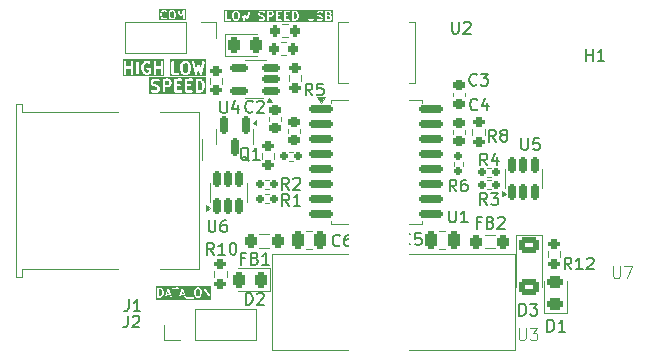
<source format=gbr>
%TF.GenerationSoftware,KiCad,Pcbnew,8.0.1*%
%TF.CreationDate,2024-05-09T21:24:45+03:00*%
%TF.ProjectId,USB_ISOLATOR,5553425f-4953-44f4-9c41-544f522e6b69,rev?*%
%TF.SameCoordinates,Original*%
%TF.FileFunction,Legend,Top*%
%TF.FilePolarity,Positive*%
%FSLAX46Y46*%
G04 Gerber Fmt 4.6, Leading zero omitted, Abs format (unit mm)*
G04 Created by KiCad (PCBNEW 8.0.1) date 2024-05-09 21:24:45*
%MOMM*%
%LPD*%
G01*
G04 APERTURE LIST*
G04 Aperture macros list*
%AMRoundRect*
0 Rectangle with rounded corners*
0 $1 Rounding radius*
0 $2 $3 $4 $5 $6 $7 $8 $9 X,Y pos of 4 corners*
0 Add a 4 corners polygon primitive as box body*
4,1,4,$2,$3,$4,$5,$6,$7,$8,$9,$2,$3,0*
0 Add four circle primitives for the rounded corners*
1,1,$1+$1,$2,$3*
1,1,$1+$1,$4,$5*
1,1,$1+$1,$6,$7*
1,1,$1+$1,$8,$9*
0 Add four rect primitives between the rounded corners*
20,1,$1+$1,$2,$3,$4,$5,0*
20,1,$1+$1,$4,$5,$6,$7,0*
20,1,$1+$1,$6,$7,$8,$9,0*
20,1,$1+$1,$8,$9,$2,$3,0*%
G04 Aperture macros list end*
%ADD10C,0.130000*%
%ADD11C,0.200000*%
%ADD12C,0.150000*%
%ADD13C,0.100000*%
%ADD14C,0.120000*%
%ADD15R,1.700000X1.700000*%
%ADD16O,1.700000X1.700000*%
%ADD17RoundRect,0.225000X0.250000X-0.225000X0.250000X0.225000X-0.250000X0.225000X-0.250000X-0.225000X0*%
%ADD18RoundRect,0.250000X-0.250000X-0.475000X0.250000X-0.475000X0.250000X0.475000X-0.250000X0.475000X0*%
%ADD19R,2.000000X1.780000*%
%ADD20RoundRect,0.150000X0.150000X-0.512500X0.150000X0.512500X-0.150000X0.512500X-0.150000X-0.512500X0*%
%ADD21RoundRect,0.150000X-0.875000X-0.150000X0.875000X-0.150000X0.875000X0.150000X-0.875000X0.150000X0*%
%ADD22RoundRect,0.160000X-0.197500X-0.160000X0.197500X-0.160000X0.197500X0.160000X-0.197500X0.160000X0*%
%ADD23RoundRect,0.200000X-0.200000X-0.275000X0.200000X-0.275000X0.200000X0.275000X-0.200000X0.275000X0*%
%ADD24RoundRect,0.250000X0.250000X0.475000X-0.250000X0.475000X-0.250000X-0.475000X0.250000X-0.475000X0*%
%ADD25RoundRect,0.150000X-0.150000X0.587500X-0.150000X-0.587500X0.150000X-0.587500X0.150000X0.587500X0*%
%ADD26RoundRect,0.200000X0.275000X-0.200000X0.275000X0.200000X-0.275000X0.200000X-0.275000X-0.200000X0*%
%ADD27RoundRect,0.200000X-0.275000X0.200000X-0.275000X-0.200000X0.275000X-0.200000X0.275000X0.200000X0*%
%ADD28RoundRect,0.225000X-0.250000X0.225000X-0.250000X-0.225000X0.250000X-0.225000X0.250000X0.225000X0*%
%ADD29C,1.000000*%
%ADD30R,2.500000X1.200000*%
%ADD31O,4.000000X2.000000*%
%ADD32R,1.500000X1.600000*%
%ADD33C,1.600000*%
%ADD34C,3.000000*%
%ADD35RoundRect,0.243750X0.456250X-0.243750X0.456250X0.243750X-0.456250X0.243750X-0.456250X-0.243750X0*%
%ADD36RoundRect,0.250000X-0.275000X-0.350000X0.275000X-0.350000X0.275000X0.350000X-0.275000X0.350000X0*%
%ADD37RoundRect,0.162500X0.617500X0.162500X-0.617500X0.162500X-0.617500X-0.162500X0.617500X-0.162500X0*%
%ADD38RoundRect,0.243750X-0.243750X-0.456250X0.243750X-0.456250X0.243750X0.456250X-0.243750X0.456250X0*%
%ADD39RoundRect,0.243750X0.243750X0.456250X-0.243750X0.456250X-0.243750X-0.456250X0.243750X-0.456250X0*%
%ADD40RoundRect,0.160000X0.160000X-0.197500X0.160000X0.197500X-0.160000X0.197500X-0.160000X-0.197500X0*%
%ADD41C,1.750000*%
%ADD42RoundRect,0.250000X-0.600000X0.400000X-0.600000X-0.400000X0.600000X-0.400000X0.600000X0.400000X0*%
G04 APERTURE END LIST*
D10*
G36*
X125983251Y-116158491D02*
G01*
X125799890Y-116160866D01*
X125890113Y-115884624D01*
X125983251Y-116158491D01*
G37*
G36*
X123942313Y-115748318D02*
G01*
X124030411Y-115774210D01*
X124083576Y-115823355D01*
X124113925Y-115877502D01*
X124114095Y-115880990D01*
X124148659Y-116004100D01*
X124147868Y-116008082D01*
X124151183Y-116096549D01*
X124149809Y-116099460D01*
X124122270Y-116224819D01*
X124119016Y-116229013D01*
X124094359Y-116284758D01*
X124041069Y-116342409D01*
X123962809Y-116371655D01*
X123848899Y-116374425D01*
X123844913Y-115750179D01*
X123941459Y-115747831D01*
X123942313Y-115748318D01*
G37*
G36*
X127275259Y-115769448D02*
G01*
X127331789Y-115821702D01*
X127362946Y-115932673D01*
X127362155Y-115936654D01*
X127366287Y-116166248D01*
X127364096Y-116170889D01*
X127337435Y-116292250D01*
X127290453Y-116343076D01*
X127238959Y-116371937D01*
X127127365Y-116375229D01*
X127079050Y-116353860D01*
X127022518Y-116301603D01*
X126991363Y-116190635D01*
X126992155Y-116186654D01*
X126988022Y-115957058D01*
X126990214Y-115952419D01*
X127016874Y-115831057D01*
X127063856Y-115780231D01*
X127115350Y-115751370D01*
X127226943Y-115748078D01*
X127275259Y-115769448D01*
G37*
G36*
X124768965Y-116158491D02*
G01*
X124585604Y-116160866D01*
X124675827Y-115884624D01*
X124768965Y-116158491D01*
G37*
G36*
X128325487Y-116656415D02*
G01*
X123635964Y-116656415D01*
X123635964Y-115686654D01*
X123719297Y-115686654D01*
X123724245Y-116461528D01*
X123759423Y-116496706D01*
X123784297Y-116501654D01*
X123950503Y-116497611D01*
X123958260Y-116501490D01*
X123983423Y-116498318D01*
X123987736Y-116496706D01*
X123987742Y-116496706D01*
X123987745Y-116496702D01*
X124083303Y-116460992D01*
X124094886Y-116460992D01*
X124109585Y-116451170D01*
X124112599Y-116450044D01*
X124113265Y-116448711D01*
X124115973Y-116446902D01*
X124121187Y-116441261D01*
X124362318Y-116441261D01*
X124384566Y-116485758D01*
X124431761Y-116501490D01*
X124476258Y-116479242D01*
X124488818Y-116457209D01*
X124544483Y-116286773D01*
X124811417Y-116283316D01*
X124878049Y-116479241D01*
X124922546Y-116501490D01*
X124969742Y-116485758D01*
X124991990Y-116441261D01*
X124988818Y-116416099D01*
X124915778Y-116201331D01*
X124915778Y-116197494D01*
X124913800Y-116195516D01*
X124749200Y-115711528D01*
X125009959Y-115711528D01*
X125045137Y-115746706D01*
X125070011Y-115751654D01*
X125219701Y-115750020D01*
X125224245Y-116461528D01*
X125259423Y-116496706D01*
X125309171Y-116496706D01*
X125344349Y-116461528D01*
X125348381Y-116441261D01*
X125576604Y-116441261D01*
X125598852Y-116485758D01*
X125646047Y-116501490D01*
X125690544Y-116479242D01*
X125703104Y-116457209D01*
X125758769Y-116286773D01*
X126025703Y-116283316D01*
X126092335Y-116479241D01*
X126136832Y-116501490D01*
X126152817Y-116496161D01*
X126152817Y-116532956D01*
X126187995Y-116568134D01*
X126212869Y-116573082D01*
X126809171Y-116568134D01*
X126844349Y-116532956D01*
X126844349Y-116483208D01*
X126809171Y-116448030D01*
X126784297Y-116443082D01*
X126202953Y-116447905D01*
X126206276Y-116441261D01*
X126203104Y-116416099D01*
X126130064Y-116201331D01*
X126130064Y-116197494D01*
X126128086Y-116195516D01*
X126040050Y-115936654D01*
X126862155Y-115936654D01*
X126866377Y-116171229D01*
X126862863Y-116177087D01*
X126864096Y-116202419D01*
X126902817Y-116340332D01*
X126902817Y-116354386D01*
X126909621Y-116364570D01*
X126910643Y-116368207D01*
X126912994Y-116369618D01*
X126916907Y-116375473D01*
X126982817Y-116436398D01*
X126985194Y-116443528D01*
X127005229Y-116459078D01*
X127009300Y-116460878D01*
X127009423Y-116460992D01*
X127009556Y-116460992D01*
X127073357Y-116489211D01*
X127080852Y-116496706D01*
X127098025Y-116500122D01*
X127101118Y-116501490D01*
X127102532Y-116501018D01*
X127105726Y-116501654D01*
X127241653Y-116497644D01*
X127253191Y-116501490D01*
X127270324Y-116496798D01*
X127273457Y-116496706D01*
X127274510Y-116495652D01*
X127277652Y-116494792D01*
X127337957Y-116460992D01*
X127344887Y-116460992D01*
X127365974Y-116446902D01*
X127369067Y-116443555D01*
X127369116Y-116443528D01*
X127369129Y-116443488D01*
X127432551Y-116374875D01*
X127443666Y-116368207D01*
X127448840Y-116357253D01*
X127451492Y-116354385D01*
X127451491Y-116351641D01*
X127454499Y-116345276D01*
X127482944Y-116215790D01*
X127487207Y-116211528D01*
X127492155Y-116186654D01*
X127487932Y-115952077D01*
X127491447Y-115946220D01*
X127490214Y-115920889D01*
X127451491Y-115782973D01*
X127451492Y-115768923D01*
X127444687Y-115758738D01*
X127443666Y-115755101D01*
X127441313Y-115753689D01*
X127437402Y-115747835D01*
X127371492Y-115686909D01*
X127371407Y-115686654D01*
X127683583Y-115686654D01*
X127688531Y-116461528D01*
X127723709Y-116496706D01*
X127773457Y-116496706D01*
X127808635Y-116461528D01*
X127813583Y-116436654D01*
X127810303Y-115923029D01*
X128117047Y-116452961D01*
X128117102Y-116461528D01*
X128128745Y-116473171D01*
X128137355Y-116488045D01*
X128145968Y-116490394D01*
X128152280Y-116496706D01*
X128169112Y-116496706D01*
X128185351Y-116501135D01*
X128193102Y-116496706D01*
X128202028Y-116496706D01*
X128213929Y-116484804D01*
X128228545Y-116476453D01*
X128230893Y-116467840D01*
X128237206Y-116461528D01*
X128242154Y-116436654D01*
X128237206Y-115661780D01*
X128202028Y-115626602D01*
X128152280Y-115626602D01*
X128117102Y-115661780D01*
X128112154Y-115686654D01*
X128115433Y-116200278D01*
X127808689Y-115670346D01*
X127808635Y-115661780D01*
X127796991Y-115650136D01*
X127788382Y-115635263D01*
X127779768Y-115632913D01*
X127773457Y-115626602D01*
X127756625Y-115626602D01*
X127740386Y-115622173D01*
X127732635Y-115626602D01*
X127723709Y-115626602D01*
X127711807Y-115638503D01*
X127697192Y-115646855D01*
X127694842Y-115655468D01*
X127688531Y-115661780D01*
X127683583Y-115686654D01*
X127371407Y-115686654D01*
X127369116Y-115679780D01*
X127349081Y-115664230D01*
X127345009Y-115662429D01*
X127344887Y-115662316D01*
X127344754Y-115662316D01*
X127280951Y-115634096D01*
X127273457Y-115626602D01*
X127256283Y-115623185D01*
X127253191Y-115621818D01*
X127251776Y-115622289D01*
X127248583Y-115621654D01*
X127112655Y-115625663D01*
X127101118Y-115621818D01*
X127083984Y-115626509D01*
X127080852Y-115626602D01*
X127079798Y-115627655D01*
X127076657Y-115628516D01*
X127016353Y-115662316D01*
X127009423Y-115662316D01*
X126988336Y-115676406D01*
X126985242Y-115679753D01*
X126985194Y-115679780D01*
X126985180Y-115679819D01*
X126921756Y-115748432D01*
X126910643Y-115755101D01*
X126905469Y-115766052D01*
X126902817Y-115768922D01*
X126902817Y-115771666D01*
X126899810Y-115778032D01*
X126871365Y-115907517D01*
X126867103Y-115911780D01*
X126862155Y-115936654D01*
X126040050Y-115936654D01*
X125954896Y-115686269D01*
X125956276Y-115682047D01*
X125947473Y-115664441D01*
X125940544Y-115644066D01*
X125936199Y-115641894D01*
X125934028Y-115637550D01*
X125914478Y-115631033D01*
X125896047Y-115621818D01*
X125891439Y-115623353D01*
X125886832Y-115621818D01*
X125868402Y-115631033D01*
X125848852Y-115637550D01*
X125846679Y-115641894D01*
X125842335Y-115644067D01*
X125829775Y-115666100D01*
X125657869Y-116192441D01*
X125652817Y-116197494D01*
X125652817Y-116207911D01*
X125576604Y-116441261D01*
X125348381Y-116441261D01*
X125349297Y-116436654D01*
X125344903Y-115748654D01*
X125523457Y-115746706D01*
X125558635Y-115711528D01*
X125558635Y-115661780D01*
X125523457Y-115626602D01*
X125498583Y-115621654D01*
X125045137Y-115626602D01*
X125009959Y-115661780D01*
X125009959Y-115711528D01*
X124749200Y-115711528D01*
X124740610Y-115686269D01*
X124741990Y-115682047D01*
X124733187Y-115664441D01*
X124726258Y-115644066D01*
X124721913Y-115641894D01*
X124719742Y-115637550D01*
X124700192Y-115631033D01*
X124681761Y-115621818D01*
X124677153Y-115623353D01*
X124672546Y-115621818D01*
X124654116Y-115631033D01*
X124634566Y-115637550D01*
X124632393Y-115641894D01*
X124628049Y-115644067D01*
X124615489Y-115666100D01*
X124443583Y-116192441D01*
X124438531Y-116197494D01*
X124438531Y-116207911D01*
X124362318Y-116441261D01*
X124121187Y-116441261D01*
X124176898Y-116380991D01*
X124184028Y-116378615D01*
X124199578Y-116358580D01*
X124201378Y-116354508D01*
X124201492Y-116354386D01*
X124201492Y-116354252D01*
X124226021Y-116298793D01*
X124229380Y-116296778D01*
X124240213Y-116273847D01*
X124268657Y-116144361D01*
X124272920Y-116140099D01*
X124277868Y-116115225D01*
X124274384Y-116022275D01*
X124277160Y-116017649D01*
X124275927Y-115992318D01*
X124240340Y-115865566D01*
X124241990Y-115860617D01*
X124235292Y-115836156D01*
X124201492Y-115775851D01*
X124201492Y-115768922D01*
X124187402Y-115747835D01*
X124184054Y-115744741D01*
X124184028Y-115744693D01*
X124183988Y-115744679D01*
X124117643Y-115683351D01*
X124112599Y-115673264D01*
X124097286Y-115664535D01*
X124094886Y-115662316D01*
X124093394Y-115662316D01*
X124090566Y-115660704D01*
X123993238Y-115632098D01*
X123987742Y-115626602D01*
X123962868Y-115621654D01*
X123759423Y-115626602D01*
X123724245Y-115661780D01*
X123719297Y-115686654D01*
X123635964Y-115686654D01*
X123635964Y-115538321D01*
X128325487Y-115538321D01*
X128325487Y-116656415D01*
G37*
G36*
X125091435Y-92252221D02*
G01*
X125143027Y-92299700D01*
X125171684Y-92401092D01*
X125170926Y-92404906D01*
X125175008Y-92617941D01*
X125172867Y-92622475D01*
X125148464Y-92734484D01*
X125106082Y-92780539D01*
X125059357Y-92806882D01*
X124957342Y-92810073D01*
X124913749Y-92790923D01*
X124862156Y-92743444D01*
X124833500Y-92642054D01*
X124834259Y-92638240D01*
X124830176Y-92425203D01*
X124832318Y-92420671D01*
X124856720Y-92308661D01*
X124899100Y-92262608D01*
X124945827Y-92236263D01*
X125047842Y-92233072D01*
X125091435Y-92252221D01*
G37*
G36*
X126145370Y-93014351D02*
G01*
X123926481Y-93014351D01*
X123926481Y-92471573D01*
X124004259Y-92471573D01*
X124007664Y-92557510D01*
X124004967Y-92562006D01*
X124006200Y-92587338D01*
X124039366Y-92704683D01*
X124037756Y-92709514D01*
X124044454Y-92733975D01*
X124075874Y-92789702D01*
X124075874Y-92796447D01*
X124089964Y-92817535D01*
X124093294Y-92820600D01*
X124093338Y-92820677D01*
X124093401Y-92820698D01*
X124155045Y-92877428D01*
X124160004Y-92887345D01*
X124175289Y-92896057D01*
X124177717Y-92898292D01*
X124179209Y-92898292D01*
X124182037Y-92899904D01*
X124272332Y-92926239D01*
X124277718Y-92931625D01*
X124302592Y-92936573D01*
X124306953Y-92936337D01*
X124307199Y-92936409D01*
X124307389Y-92936313D01*
X124358892Y-92933529D01*
X124364651Y-92936409D01*
X124389814Y-92933237D01*
X124394095Y-92931627D01*
X124394133Y-92931625D01*
X124394152Y-92931605D01*
X124482738Y-92898291D01*
X124494135Y-92898291D01*
X124508805Y-92888488D01*
X124511846Y-92887345D01*
X124512512Y-92886011D01*
X124515222Y-92884201D01*
X124562644Y-92829779D01*
X124562644Y-92780030D01*
X124527466Y-92744854D01*
X124477717Y-92744854D01*
X124456630Y-92758945D01*
X124437640Y-92780736D01*
X124368884Y-92806593D01*
X124320708Y-92809197D01*
X124241991Y-92786239D01*
X124193628Y-92741731D01*
X124165809Y-92692390D01*
X124165651Y-92689141D01*
X124133500Y-92575387D01*
X124134259Y-92571573D01*
X124131029Y-92490065D01*
X124132318Y-92487338D01*
X124150276Y-92404906D01*
X124704259Y-92404906D01*
X124708436Y-92622891D01*
X124704967Y-92628673D01*
X124706200Y-92654005D01*
X124742540Y-92782579D01*
X124742540Y-92796448D01*
X124749333Y-92806614D01*
X124750366Y-92810269D01*
X124752717Y-92811680D01*
X124756630Y-92817535D01*
X124817830Y-92873855D01*
X124820155Y-92880828D01*
X124840190Y-92896378D01*
X124844237Y-92898155D01*
X124844384Y-92898291D01*
X124844545Y-92898291D01*
X124903706Y-92924279D01*
X124911052Y-92931625D01*
X124928188Y-92935033D01*
X124931319Y-92936409D01*
X124932732Y-92935937D01*
X124935926Y-92936573D01*
X125062484Y-92932614D01*
X125073867Y-92936409D01*
X125090977Y-92931723D01*
X125094133Y-92931625D01*
X125095186Y-92930571D01*
X125098328Y-92929711D01*
X125154055Y-92898292D01*
X125160801Y-92898292D01*
X125181888Y-92884202D01*
X125184952Y-92880871D01*
X125185030Y-92880828D01*
X125185051Y-92880764D01*
X125243891Y-92816825D01*
X125254818Y-92810269D01*
X125259980Y-92799341D01*
X125262644Y-92796447D01*
X125262644Y-92793703D01*
X125265651Y-92787338D01*
X125291805Y-92667286D01*
X125295978Y-92663114D01*
X125300926Y-92638240D01*
X125296748Y-92420254D01*
X125300218Y-92414473D01*
X125298985Y-92389141D01*
X125262644Y-92260565D01*
X125262644Y-92246699D01*
X125255851Y-92236532D01*
X125254818Y-92232877D01*
X125252466Y-92231465D01*
X125248555Y-92225612D01*
X125189835Y-92171573D01*
X125470925Y-92171573D01*
X125475873Y-92896447D01*
X125511051Y-92931625D01*
X125560799Y-92931625D01*
X125595977Y-92896447D01*
X125600925Y-92871573D01*
X125598066Y-92452734D01*
X125714563Y-92696882D01*
X125721324Y-92715472D01*
X125724038Y-92716738D01*
X125725360Y-92719508D01*
X125746251Y-92727104D01*
X125766404Y-92736510D01*
X125769259Y-92735471D01*
X125772114Y-92736510D01*
X125792269Y-92727104D01*
X125813158Y-92719508D01*
X125815559Y-92716235D01*
X125817195Y-92715472D01*
X125818251Y-92712565D01*
X125828161Y-92699061D01*
X125939526Y-92454976D01*
X125942540Y-92896447D01*
X125977718Y-92931625D01*
X126027466Y-92931625D01*
X126062644Y-92896447D01*
X126067592Y-92871573D01*
X126062902Y-92184567D01*
X126067529Y-92174427D01*
X126062743Y-92161266D01*
X126062644Y-92146699D01*
X126054476Y-92138531D01*
X126050528Y-92127673D01*
X126037572Y-92121627D01*
X126027466Y-92111521D01*
X126015915Y-92111521D01*
X126005447Y-92106636D01*
X125992013Y-92111521D01*
X125977718Y-92111521D01*
X125969549Y-92119689D01*
X125958693Y-92123637D01*
X125943690Y-92144085D01*
X125770600Y-92523453D01*
X125596051Y-92157645D01*
X125595977Y-92146699D01*
X125586129Y-92136851D01*
X125579824Y-92123637D01*
X125568967Y-92119689D01*
X125560799Y-92111521D01*
X125546504Y-92111521D01*
X125533070Y-92106636D01*
X125522602Y-92111521D01*
X125511051Y-92111521D01*
X125500943Y-92121628D01*
X125487989Y-92127674D01*
X125484041Y-92138530D01*
X125475873Y-92146699D01*
X125470925Y-92171573D01*
X125189835Y-92171573D01*
X125187354Y-92169290D01*
X125185030Y-92162318D01*
X125164995Y-92146768D01*
X125160949Y-92144991D01*
X125160801Y-92144854D01*
X125160638Y-92144854D01*
X125101478Y-92118866D01*
X125094133Y-92111521D01*
X125076998Y-92108112D01*
X125073867Y-92106737D01*
X125072452Y-92107208D01*
X125069259Y-92106573D01*
X124942701Y-92110531D01*
X124931319Y-92106737D01*
X124914208Y-92111422D01*
X124911052Y-92111521D01*
X124909997Y-92112575D01*
X124906858Y-92113435D01*
X124851129Y-92144855D01*
X124844384Y-92144855D01*
X124823297Y-92158944D01*
X124820231Y-92162274D01*
X124820155Y-92162318D01*
X124820133Y-92162381D01*
X124761291Y-92226321D01*
X124750366Y-92232877D01*
X124745205Y-92243802D01*
X124742540Y-92246698D01*
X124742540Y-92249443D01*
X124739533Y-92255809D01*
X124713379Y-92375859D01*
X124709207Y-92380032D01*
X124704259Y-92404906D01*
X124150276Y-92404906D01*
X124157584Y-92371362D01*
X124160730Y-92367309D01*
X124183242Y-92316063D01*
X124231773Y-92263325D01*
X124302966Y-92236552D01*
X124351143Y-92233948D01*
X124430411Y-92257068D01*
X124477717Y-92298292D01*
X124527466Y-92298292D01*
X124562644Y-92263116D01*
X124562644Y-92213367D01*
X124548555Y-92192279D01*
X124515823Y-92163754D01*
X124511846Y-92155801D01*
X124496954Y-92147312D01*
X124494135Y-92144855D01*
X124492644Y-92144854D01*
X124489813Y-92143241D01*
X124399518Y-92116906D01*
X124394133Y-92111521D01*
X124369259Y-92106573D01*
X124364897Y-92106808D01*
X124364651Y-92106737D01*
X124364460Y-92106832D01*
X124312957Y-92109616D01*
X124307199Y-92106737D01*
X124282037Y-92109909D01*
X124277755Y-92111518D01*
X124277718Y-92111521D01*
X124277698Y-92111540D01*
X124189114Y-92144854D01*
X124177717Y-92144854D01*
X124163045Y-92154657D01*
X124160004Y-92155801D01*
X124159336Y-92157135D01*
X124156630Y-92158944D01*
X124100310Y-92220144D01*
X124093338Y-92222469D01*
X124077788Y-92242504D01*
X124076010Y-92246551D01*
X124075874Y-92246699D01*
X124075874Y-92246860D01*
X124053576Y-92297617D01*
X124050366Y-92299544D01*
X124039533Y-92322476D01*
X124013379Y-92442526D01*
X124009207Y-92446699D01*
X124004259Y-92471573D01*
X123926481Y-92471573D01*
X123926481Y-92028795D01*
X126145370Y-92028795D01*
X126145370Y-93014351D01*
G37*
G36*
X130495030Y-92325248D02*
G01*
X130551560Y-92377502D01*
X130582717Y-92488473D01*
X130581926Y-92492454D01*
X130586058Y-92722048D01*
X130583867Y-92726689D01*
X130557206Y-92848050D01*
X130510224Y-92898876D01*
X130458730Y-92927737D01*
X130347136Y-92931029D01*
X130298821Y-92909660D01*
X130242289Y-92857403D01*
X130211134Y-92746435D01*
X130211926Y-92742454D01*
X130207793Y-92512858D01*
X130209985Y-92508219D01*
X130236645Y-92386857D01*
X130283627Y-92336031D01*
X130335121Y-92307170D01*
X130446714Y-92303878D01*
X130495030Y-92325248D01*
G37*
G36*
X135376370Y-92304118D02*
G01*
X135464468Y-92330010D01*
X135517633Y-92379155D01*
X135547982Y-92433302D01*
X135548152Y-92436790D01*
X135582716Y-92559900D01*
X135581925Y-92563882D01*
X135585240Y-92652349D01*
X135583866Y-92655260D01*
X135556327Y-92780619D01*
X135553073Y-92784813D01*
X135528416Y-92840558D01*
X135475126Y-92898209D01*
X135396866Y-92927455D01*
X135282956Y-92930225D01*
X135278970Y-92305979D01*
X135375516Y-92303631D01*
X135376370Y-92304118D01*
G37*
G36*
X138269228Y-92661261D02*
G01*
X138357845Y-92687306D01*
X138376505Y-92703667D01*
X138403720Y-92752224D01*
X138406587Y-92828731D01*
X138385501Y-92876404D01*
X138364281Y-92900606D01*
X138316113Y-92927603D01*
X138104390Y-92930976D01*
X138102682Y-92663464D01*
X138267877Y-92660491D01*
X138269228Y-92661261D01*
G37*
G36*
X138316592Y-92325306D02*
G01*
X138340791Y-92346524D01*
X138368155Y-92395348D01*
X138370304Y-92437162D01*
X138349787Y-92483547D01*
X138328567Y-92507749D01*
X138280363Y-92534766D01*
X138101880Y-92537979D01*
X138100401Y-92306362D01*
X138266981Y-92303364D01*
X138316592Y-92325306D01*
G37*
G36*
X133423735Y-92325306D02*
G01*
X133447934Y-92346524D01*
X133475149Y-92395081D01*
X133478016Y-92471588D01*
X133456930Y-92519261D01*
X133435710Y-92543463D01*
X133387542Y-92570460D01*
X133173539Y-92573869D01*
X133171831Y-92306488D01*
X133373909Y-92303268D01*
X133423735Y-92325306D01*
G37*
G36*
X138616687Y-93140787D02*
G01*
X129427164Y-93140787D01*
X129427164Y-92242454D01*
X129510497Y-92242454D01*
X129515445Y-93017328D01*
X129550623Y-93052506D01*
X129575497Y-93057454D01*
X129957514Y-93052506D01*
X129992692Y-93017328D01*
X129992692Y-92967580D01*
X129957514Y-92932402D01*
X129932640Y-92927454D01*
X129640106Y-92931242D01*
X129637304Y-92492454D01*
X130081926Y-92492454D01*
X130086148Y-92727029D01*
X130082634Y-92732887D01*
X130083867Y-92758219D01*
X130122588Y-92896132D01*
X130122588Y-92910186D01*
X130129392Y-92920370D01*
X130130414Y-92924007D01*
X130132765Y-92925418D01*
X130136678Y-92931273D01*
X130202588Y-92992198D01*
X130204965Y-92999328D01*
X130225000Y-93014878D01*
X130229071Y-93016678D01*
X130229194Y-93016792D01*
X130229327Y-93016792D01*
X130293128Y-93045011D01*
X130300623Y-93052506D01*
X130317796Y-93055922D01*
X130320889Y-93057290D01*
X130322303Y-93056818D01*
X130325497Y-93057454D01*
X130461424Y-93053444D01*
X130472962Y-93057290D01*
X130490095Y-93052598D01*
X130493228Y-93052506D01*
X130494281Y-93051452D01*
X130497423Y-93050592D01*
X130557728Y-93016792D01*
X130564658Y-93016792D01*
X130585745Y-93002702D01*
X130588838Y-92999355D01*
X130588887Y-92999328D01*
X130588900Y-92999288D01*
X130652322Y-92930675D01*
X130663437Y-92924007D01*
X130668611Y-92913053D01*
X130671263Y-92910185D01*
X130671262Y-92907441D01*
X130674270Y-92901076D01*
X130702715Y-92771590D01*
X130706978Y-92767328D01*
X130711926Y-92742454D01*
X130707703Y-92507877D01*
X130711218Y-92502020D01*
X130709985Y-92476689D01*
X130671262Y-92338773D01*
X130671263Y-92324723D01*
X130664458Y-92314538D01*
X130663437Y-92310901D01*
X130661084Y-92309489D01*
X130657173Y-92303635D01*
X130591263Y-92242709D01*
X130588887Y-92235580D01*
X130584488Y-92232166D01*
X130832745Y-92232166D01*
X130833693Y-92257509D01*
X131013395Y-92991963D01*
X131011064Y-93001015D01*
X131018937Y-93014614D01*
X131022839Y-93030561D01*
X131031119Y-93035656D01*
X131035990Y-93044069D01*
X131051518Y-93048209D01*
X131065209Y-93056635D01*
X131074667Y-93054382D01*
X131084058Y-93056887D01*
X131097964Y-93048835D01*
X131113604Y-93045112D01*
X131118699Y-93036831D01*
X131127112Y-93031961D01*
X131138302Y-93009202D01*
X131217979Y-92699820D01*
X131299086Y-92993862D01*
X131297031Y-93002742D01*
X131305196Y-93016011D01*
X131309596Y-93031961D01*
X131318008Y-93036831D01*
X131323104Y-93045112D01*
X131338742Y-93048835D01*
X131352650Y-93056887D01*
X131362042Y-93054382D01*
X131371499Y-93056634D01*
X131385187Y-93048210D01*
X131400718Y-93044069D01*
X131405588Y-93035656D01*
X131413869Y-93030561D01*
X131424443Y-93007509D01*
X131568504Y-92385311D01*
X132296212Y-92385311D01*
X132299618Y-92451619D01*
X132296376Y-92461348D01*
X132300983Y-92478173D01*
X132301160Y-92481614D01*
X132302213Y-92482667D01*
X132303074Y-92485809D01*
X132336874Y-92546113D01*
X132336874Y-92553043D01*
X132350964Y-92574130D01*
X132354135Y-92576910D01*
X132354338Y-92577272D01*
X132354675Y-92577384D01*
X132381755Y-92601128D01*
X132383536Y-92606470D01*
X132403571Y-92622020D01*
X132407629Y-92623815D01*
X132407765Y-92623934D01*
X132407898Y-92623934D01*
X132463357Y-92648464D01*
X132465373Y-92651823D01*
X132488304Y-92662656D01*
X132613663Y-92690194D01*
X132617857Y-92693449D01*
X132673735Y-92718163D01*
X132697932Y-92739380D01*
X132725298Y-92788205D01*
X132727447Y-92830019D01*
X132706930Y-92876404D01*
X132685710Y-92900606D01*
X132637395Y-92927685D01*
X132489763Y-92931276D01*
X132488910Y-92930790D01*
X132356604Y-92891904D01*
X132312107Y-92914152D01*
X132296376Y-92961348D01*
X132318624Y-93005845D01*
X132340657Y-93018404D01*
X132437984Y-93047009D01*
X132443481Y-93052506D01*
X132468355Y-93057454D01*
X132639536Y-93053290D01*
X132651534Y-93057290D01*
X132668732Y-93052580D01*
X132671800Y-93052506D01*
X132672853Y-93051452D01*
X132675995Y-93050592D01*
X132736301Y-93016791D01*
X132743230Y-93016791D01*
X132764318Y-93002701D01*
X132767097Y-92999530D01*
X132767459Y-92999328D01*
X132767571Y-92998990D01*
X132791315Y-92971909D01*
X132796657Y-92970129D01*
X132812207Y-92950094D01*
X132814002Y-92946033D01*
X132814121Y-92945899D01*
X132814120Y-92945766D01*
X132842340Y-92881965D01*
X132849835Y-92874471D01*
X132853251Y-92857297D01*
X132854619Y-92854205D01*
X132854147Y-92852790D01*
X132854783Y-92849597D01*
X132851376Y-92783288D01*
X132854619Y-92773560D01*
X132850011Y-92756734D01*
X132849835Y-92753294D01*
X132848781Y-92752240D01*
X132847921Y-92749099D01*
X132814120Y-92688794D01*
X132814121Y-92681866D01*
X132800032Y-92660779D01*
X132796859Y-92657997D01*
X132796657Y-92657636D01*
X132796318Y-92657523D01*
X132769240Y-92633780D01*
X132767459Y-92628437D01*
X132747424Y-92612887D01*
X132743363Y-92611091D01*
X132743230Y-92610974D01*
X132743098Y-92610973D01*
X132687637Y-92586443D01*
X132685622Y-92583085D01*
X132662691Y-92572252D01*
X132537331Y-92544713D01*
X132533138Y-92541459D01*
X132477260Y-92516744D01*
X132453060Y-92495525D01*
X132425696Y-92446702D01*
X132423547Y-92404888D01*
X132444064Y-92358501D01*
X132465282Y-92334302D01*
X132513599Y-92307222D01*
X132661231Y-92303631D01*
X132662085Y-92304118D01*
X132794391Y-92343004D01*
X132838888Y-92320756D01*
X132854620Y-92273561D01*
X132839066Y-92242454D01*
X133046212Y-92242454D01*
X133051160Y-93017328D01*
X133086338Y-93052506D01*
X133136086Y-93052506D01*
X133171264Y-93017328D01*
X133176212Y-92992454D01*
X133174340Y-92699305D01*
X133388761Y-92695889D01*
X133401534Y-92700147D01*
X133418832Y-92695410D01*
X133421800Y-92695363D01*
X133422853Y-92694309D01*
X133425995Y-92693449D01*
X133486301Y-92659648D01*
X133493230Y-92659648D01*
X133514318Y-92645558D01*
X133517097Y-92642387D01*
X133517459Y-92642185D01*
X133517571Y-92641847D01*
X133541315Y-92614766D01*
X133546657Y-92612986D01*
X133562207Y-92592951D01*
X133564002Y-92588890D01*
X133564121Y-92588756D01*
X133564120Y-92588623D01*
X133592340Y-92524822D01*
X133599835Y-92517328D01*
X133603251Y-92500154D01*
X133604619Y-92497062D01*
X133604147Y-92495647D01*
X133604783Y-92492454D01*
X133601001Y-92391556D01*
X133604619Y-92380703D01*
X133599956Y-92363675D01*
X133599835Y-92360437D01*
X133598780Y-92359382D01*
X133597921Y-92356243D01*
X133564121Y-92295937D01*
X133564121Y-92289007D01*
X133550031Y-92267920D01*
X133546859Y-92265139D01*
X133546657Y-92264778D01*
X133546319Y-92264665D01*
X133520987Y-92242454D01*
X133796212Y-92242454D01*
X133801160Y-93017328D01*
X133836338Y-93052506D01*
X133861212Y-93057454D01*
X134243229Y-93052506D01*
X134278407Y-93017328D01*
X134278407Y-92967580D01*
X134243229Y-92932402D01*
X134218355Y-92927454D01*
X133925821Y-92931242D01*
X133924111Y-92663464D01*
X134136086Y-92659649D01*
X134171264Y-92624471D01*
X134171264Y-92574723D01*
X134136086Y-92539545D01*
X134111212Y-92534597D01*
X133923309Y-92537979D01*
X133921832Y-92306668D01*
X134243229Y-92302506D01*
X134278407Y-92267328D01*
X134278407Y-92242454D01*
X134474783Y-92242454D01*
X134479731Y-93017328D01*
X134514909Y-93052506D01*
X134539783Y-93057454D01*
X134921800Y-93052506D01*
X134956978Y-93017328D01*
X134956978Y-92967580D01*
X134921800Y-92932402D01*
X134896926Y-92927454D01*
X134604392Y-92931242D01*
X134602682Y-92663464D01*
X134814657Y-92659649D01*
X134849835Y-92624471D01*
X134849835Y-92574723D01*
X134814657Y-92539545D01*
X134789783Y-92534597D01*
X134601880Y-92537979D01*
X134600403Y-92306668D01*
X134921800Y-92302506D01*
X134956978Y-92267328D01*
X134956978Y-92242454D01*
X135153354Y-92242454D01*
X135158302Y-93017328D01*
X135193480Y-93052506D01*
X135218354Y-93057454D01*
X135384560Y-93053411D01*
X135392317Y-93057290D01*
X135417480Y-93054118D01*
X135421793Y-93052506D01*
X135421799Y-93052506D01*
X135421802Y-93052502D01*
X135517360Y-93016792D01*
X135528943Y-93016792D01*
X135543642Y-93006970D01*
X135546656Y-93005844D01*
X135547322Y-93004511D01*
X135550030Y-93002702D01*
X135610955Y-92936791D01*
X135618085Y-92934415D01*
X135633635Y-92914380D01*
X135635435Y-92910308D01*
X135635549Y-92910186D01*
X135635549Y-92910052D01*
X135660078Y-92854593D01*
X135663437Y-92852578D01*
X135674270Y-92829647D01*
X135702714Y-92700161D01*
X135706977Y-92695899D01*
X135711925Y-92671025D01*
X135708441Y-92578075D01*
X135711217Y-92573449D01*
X135709984Y-92548118D01*
X135674397Y-92421366D01*
X135676047Y-92416417D01*
X135669349Y-92391956D01*
X135635549Y-92331651D01*
X135635549Y-92324722D01*
X135621459Y-92303635D01*
X135618111Y-92300541D01*
X135618085Y-92300493D01*
X135618045Y-92300479D01*
X135555273Y-92242454D01*
X136474783Y-92242454D01*
X136479466Y-92840647D01*
X136474947Y-92854205D01*
X136479708Y-92871593D01*
X136479731Y-92874471D01*
X136480784Y-92875524D01*
X136481645Y-92878666D01*
X136515445Y-92938970D01*
X136515445Y-92945900D01*
X136529535Y-92966987D01*
X136532706Y-92969767D01*
X136532909Y-92970129D01*
X136533246Y-92970241D01*
X136560327Y-92993985D01*
X136562108Y-92999328D01*
X136582143Y-93014878D01*
X136586203Y-93016673D01*
X136586338Y-93016792D01*
X136586470Y-93016792D01*
X136650271Y-93045011D01*
X136657766Y-93052506D01*
X136674939Y-93055922D01*
X136678032Y-93057290D01*
X136679446Y-93056818D01*
X136682640Y-93057454D01*
X136818567Y-93053444D01*
X136830105Y-93057290D01*
X136847238Y-93052598D01*
X136850371Y-93052506D01*
X136851424Y-93051452D01*
X136854566Y-93050592D01*
X136914872Y-93016791D01*
X136921801Y-93016791D01*
X136942889Y-93002701D01*
X136945668Y-92999530D01*
X136946030Y-92999328D01*
X136946142Y-92998990D01*
X136969886Y-92971909D01*
X136975228Y-92970129D01*
X136990778Y-92950094D01*
X136992573Y-92946033D01*
X136992692Y-92945899D01*
X136992691Y-92945766D01*
X137020911Y-92881965D01*
X137028406Y-92874471D01*
X137031822Y-92857297D01*
X137033190Y-92854205D01*
X137032718Y-92852790D01*
X137033354Y-92849597D01*
X137029719Y-92385311D01*
X137224783Y-92385311D01*
X137228189Y-92451619D01*
X137224947Y-92461348D01*
X137229554Y-92478173D01*
X137229731Y-92481614D01*
X137230784Y-92482667D01*
X137231645Y-92485809D01*
X137265445Y-92546113D01*
X137265445Y-92553043D01*
X137279535Y-92574130D01*
X137282706Y-92576910D01*
X137282909Y-92577272D01*
X137283246Y-92577384D01*
X137310326Y-92601128D01*
X137312107Y-92606470D01*
X137332142Y-92622020D01*
X137336200Y-92623815D01*
X137336336Y-92623934D01*
X137336469Y-92623934D01*
X137391928Y-92648464D01*
X137393944Y-92651823D01*
X137416875Y-92662656D01*
X137542234Y-92690194D01*
X137546428Y-92693449D01*
X137602306Y-92718163D01*
X137626503Y-92739380D01*
X137653869Y-92788205D01*
X137656018Y-92830019D01*
X137635501Y-92876404D01*
X137614281Y-92900606D01*
X137565966Y-92927685D01*
X137418334Y-92931276D01*
X137417481Y-92930790D01*
X137285175Y-92891904D01*
X137240678Y-92914152D01*
X137224947Y-92961348D01*
X137247195Y-93005845D01*
X137269228Y-93018404D01*
X137366555Y-93047009D01*
X137372052Y-93052506D01*
X137396926Y-93057454D01*
X137568107Y-93053290D01*
X137580105Y-93057290D01*
X137597303Y-93052580D01*
X137600371Y-93052506D01*
X137601424Y-93051452D01*
X137604566Y-93050592D01*
X137664872Y-93016791D01*
X137671801Y-93016791D01*
X137692889Y-93002701D01*
X137695668Y-92999530D01*
X137696030Y-92999328D01*
X137696142Y-92998990D01*
X137719886Y-92971909D01*
X137725228Y-92970129D01*
X137740778Y-92950094D01*
X137742573Y-92946033D01*
X137742692Y-92945899D01*
X137742691Y-92945766D01*
X137770911Y-92881965D01*
X137778406Y-92874471D01*
X137781822Y-92857297D01*
X137783190Y-92854205D01*
X137782718Y-92852790D01*
X137783354Y-92849597D01*
X137779947Y-92783288D01*
X137783190Y-92773560D01*
X137778582Y-92756734D01*
X137778406Y-92753294D01*
X137777352Y-92752240D01*
X137776492Y-92749099D01*
X137742691Y-92688794D01*
X137742692Y-92681866D01*
X137728603Y-92660779D01*
X137725430Y-92657997D01*
X137725228Y-92657636D01*
X137724889Y-92657523D01*
X137697811Y-92633780D01*
X137696030Y-92628437D01*
X137675995Y-92612887D01*
X137671934Y-92611091D01*
X137671801Y-92610974D01*
X137671669Y-92610973D01*
X137616208Y-92586443D01*
X137614193Y-92583085D01*
X137591262Y-92572252D01*
X137465902Y-92544713D01*
X137461709Y-92541459D01*
X137405831Y-92516744D01*
X137381631Y-92495525D01*
X137354267Y-92446702D01*
X137352118Y-92404888D01*
X137372635Y-92358501D01*
X137393853Y-92334302D01*
X137442170Y-92307222D01*
X137589802Y-92303631D01*
X137590656Y-92304118D01*
X137722962Y-92343004D01*
X137767459Y-92320756D01*
X137783191Y-92273561D01*
X137767637Y-92242454D01*
X137974783Y-92242454D01*
X137979731Y-93017328D01*
X138014909Y-93052506D01*
X138039783Y-93057454D01*
X138317332Y-93053032D01*
X138330105Y-93057290D01*
X138347403Y-93052553D01*
X138350371Y-93052506D01*
X138351424Y-93051452D01*
X138354566Y-93050592D01*
X138414872Y-93016791D01*
X138421801Y-93016791D01*
X138442889Y-93002701D01*
X138445668Y-92999530D01*
X138446030Y-92999328D01*
X138446142Y-92998990D01*
X138469886Y-92971909D01*
X138475228Y-92970129D01*
X138490778Y-92950094D01*
X138492573Y-92946033D01*
X138492692Y-92945899D01*
X138492691Y-92945766D01*
X138520911Y-92881965D01*
X138528406Y-92874471D01*
X138531822Y-92857297D01*
X138533190Y-92854205D01*
X138532718Y-92852790D01*
X138533354Y-92849597D01*
X138529572Y-92748699D01*
X138533190Y-92737846D01*
X138528527Y-92720818D01*
X138528406Y-92717580D01*
X138527351Y-92716525D01*
X138526492Y-92713386D01*
X138492692Y-92653080D01*
X138492692Y-92646150D01*
X138478602Y-92625063D01*
X138475430Y-92622282D01*
X138475228Y-92621921D01*
X138474890Y-92621808D01*
X138443594Y-92594367D01*
X138439514Y-92586207D01*
X138431769Y-92581792D01*
X138434172Y-92579052D01*
X138439514Y-92577272D01*
X138455064Y-92557237D01*
X138456858Y-92553178D01*
X138456978Y-92553043D01*
X138456978Y-92552909D01*
X138485197Y-92489108D01*
X138492692Y-92481614D01*
X138496108Y-92464440D01*
X138497476Y-92461348D01*
X138497004Y-92459933D01*
X138497640Y-92456740D01*
X138494233Y-92390431D01*
X138497476Y-92380703D01*
X138492868Y-92363878D01*
X138492692Y-92360437D01*
X138491637Y-92359382D01*
X138490778Y-92356243D01*
X138456978Y-92295937D01*
X138456978Y-92289007D01*
X138442888Y-92267920D01*
X138439716Y-92265139D01*
X138439514Y-92264778D01*
X138439176Y-92264665D01*
X138412096Y-92240921D01*
X138410316Y-92235580D01*
X138390281Y-92220030D01*
X138386222Y-92218235D01*
X138386087Y-92218116D01*
X138385954Y-92218116D01*
X138322151Y-92189896D01*
X138314657Y-92182402D01*
X138297483Y-92178985D01*
X138294391Y-92177618D01*
X138292976Y-92178089D01*
X138289783Y-92177454D01*
X138014909Y-92182402D01*
X137979731Y-92217580D01*
X137974783Y-92242454D01*
X137767637Y-92242454D01*
X137760942Y-92229064D01*
X137738909Y-92216504D01*
X137641581Y-92187898D01*
X137636085Y-92182402D01*
X137611211Y-92177454D01*
X137440030Y-92181617D01*
X137428032Y-92177618D01*
X137410834Y-92182327D01*
X137407766Y-92182402D01*
X137406711Y-92183456D01*
X137403572Y-92184316D01*
X137343266Y-92218116D01*
X137336336Y-92218116D01*
X137315249Y-92232206D01*
X137312468Y-92235377D01*
X137312107Y-92235580D01*
X137311994Y-92235917D01*
X137288250Y-92262997D01*
X137282909Y-92264778D01*
X137267359Y-92284813D01*
X137265564Y-92288871D01*
X137265445Y-92289007D01*
X137265445Y-92289140D01*
X137237225Y-92352942D01*
X137229731Y-92360437D01*
X137226314Y-92377610D01*
X137224947Y-92380703D01*
X137225418Y-92382117D01*
X137224783Y-92385311D01*
X137029719Y-92385311D01*
X137028406Y-92217580D01*
X136993228Y-92182402D01*
X136943480Y-92182402D01*
X136908302Y-92217580D01*
X136903354Y-92242454D01*
X136907920Y-92825718D01*
X136885501Y-92876404D01*
X136864281Y-92900606D01*
X136815873Y-92927737D01*
X136704279Y-92931029D01*
X136655832Y-92909601D01*
X136631631Y-92888382D01*
X136604710Y-92840350D01*
X136599835Y-92217580D01*
X136564657Y-92182402D01*
X136514909Y-92182402D01*
X136479731Y-92217580D01*
X136474783Y-92242454D01*
X135555273Y-92242454D01*
X135551700Y-92239151D01*
X135546656Y-92229064D01*
X135531343Y-92220335D01*
X135528943Y-92218116D01*
X135527451Y-92218116D01*
X135524623Y-92216504D01*
X135427295Y-92187898D01*
X135421799Y-92182402D01*
X135396925Y-92177454D01*
X135193480Y-92182402D01*
X135158302Y-92217580D01*
X135153354Y-92242454D01*
X134956978Y-92242454D01*
X134956978Y-92217580D01*
X134921800Y-92182402D01*
X134896926Y-92177454D01*
X134514909Y-92182402D01*
X134479731Y-92217580D01*
X134474783Y-92242454D01*
X134278407Y-92242454D01*
X134278407Y-92217580D01*
X134243229Y-92182402D01*
X134218355Y-92177454D01*
X133836338Y-92182402D01*
X133801160Y-92217580D01*
X133796212Y-92242454D01*
X133520987Y-92242454D01*
X133519239Y-92240921D01*
X133517459Y-92235580D01*
X133497424Y-92220030D01*
X133493365Y-92218235D01*
X133493230Y-92218116D01*
X133493097Y-92218116D01*
X133429294Y-92189896D01*
X133421800Y-92182402D01*
X133404626Y-92178985D01*
X133401534Y-92177618D01*
X133400119Y-92178089D01*
X133396926Y-92177454D01*
X133086338Y-92182402D01*
X133051160Y-92217580D01*
X133046212Y-92242454D01*
X132839066Y-92242454D01*
X132832371Y-92229064D01*
X132810338Y-92216504D01*
X132713010Y-92187898D01*
X132707514Y-92182402D01*
X132682640Y-92177454D01*
X132511459Y-92181617D01*
X132499461Y-92177618D01*
X132482263Y-92182327D01*
X132479195Y-92182402D01*
X132478140Y-92183456D01*
X132475001Y-92184316D01*
X132414695Y-92218116D01*
X132407765Y-92218116D01*
X132386678Y-92232206D01*
X132383897Y-92235377D01*
X132383536Y-92235580D01*
X132383423Y-92235917D01*
X132359679Y-92262997D01*
X132354338Y-92264778D01*
X132338788Y-92284813D01*
X132336993Y-92288871D01*
X132336874Y-92289007D01*
X132336874Y-92289140D01*
X132308654Y-92352942D01*
X132301160Y-92360437D01*
X132297743Y-92377610D01*
X132296376Y-92380703D01*
X132296847Y-92382117D01*
X132296212Y-92385311D01*
X131568504Y-92385311D01*
X131603963Y-92232165D01*
X131577890Y-92189796D01*
X131529495Y-92178273D01*
X131487125Y-92204347D01*
X131476551Y-92227398D01*
X131358383Y-92737763D01*
X131280719Y-92456207D01*
X131282787Y-92448180D01*
X131274608Y-92434053D01*
X131269969Y-92417233D01*
X131262300Y-92412793D01*
X131257861Y-92405125D01*
X131241535Y-92400771D01*
X131226915Y-92392307D01*
X131218354Y-92394589D01*
X131209793Y-92392307D01*
X131195172Y-92400771D01*
X131178847Y-92405125D01*
X131174407Y-92412793D01*
X131166739Y-92417233D01*
X131155549Y-92439992D01*
X131079494Y-92735304D01*
X130949583Y-92204347D01*
X130907213Y-92178274D01*
X130858818Y-92189796D01*
X130832745Y-92232166D01*
X130584488Y-92232166D01*
X130568852Y-92220030D01*
X130564780Y-92218229D01*
X130564658Y-92218116D01*
X130564525Y-92218116D01*
X130500722Y-92189896D01*
X130493228Y-92182402D01*
X130476054Y-92178985D01*
X130472962Y-92177618D01*
X130471547Y-92178089D01*
X130468354Y-92177454D01*
X130332426Y-92181463D01*
X130320889Y-92177618D01*
X130303755Y-92182309D01*
X130300623Y-92182402D01*
X130299569Y-92183455D01*
X130296428Y-92184316D01*
X130236124Y-92218116D01*
X130229194Y-92218116D01*
X130208107Y-92232206D01*
X130205013Y-92235553D01*
X130204965Y-92235580D01*
X130204951Y-92235619D01*
X130141527Y-92304232D01*
X130130414Y-92310901D01*
X130125240Y-92321852D01*
X130122588Y-92324722D01*
X130122588Y-92327466D01*
X130119581Y-92333832D01*
X130091136Y-92463317D01*
X130086874Y-92467580D01*
X130081926Y-92492454D01*
X129637304Y-92492454D01*
X129635549Y-92217580D01*
X129600371Y-92182402D01*
X129550623Y-92182402D01*
X129515445Y-92217580D01*
X129510497Y-92242454D01*
X129427164Y-92242454D01*
X129427164Y-92094121D01*
X138616687Y-92094121D01*
X138616687Y-93140787D01*
G37*
D11*
G36*
X126256832Y-96657284D02*
G01*
X126323222Y-96722040D01*
X126361476Y-96869465D01*
X126363155Y-97177929D01*
X126325420Y-97334790D01*
X126262976Y-97398810D01*
X126202108Y-97430413D01*
X126058779Y-97431724D01*
X125999388Y-97403152D01*
X125932999Y-97338396D01*
X125894745Y-97190971D01*
X125893066Y-96882508D01*
X125930801Y-96725646D01*
X125993244Y-96661627D01*
X126054112Y-96630024D01*
X126197442Y-96628713D01*
X126256832Y-96657284D01*
G37*
G36*
X127862963Y-97741330D02*
G01*
X124821762Y-97741330D01*
X124821762Y-96530219D01*
X124932873Y-96530219D01*
X124934794Y-97549728D01*
X124949726Y-97585776D01*
X124977316Y-97613366D01*
X125013364Y-97628298D01*
X125032873Y-97630219D01*
X125528572Y-97628298D01*
X125564620Y-97613366D01*
X125592210Y-97585776D01*
X125607142Y-97549728D01*
X125607142Y-97510710D01*
X125592210Y-97474662D01*
X125564620Y-97447072D01*
X125528572Y-97432140D01*
X125509063Y-97430219D01*
X125132687Y-97431677D01*
X125131617Y-96863552D01*
X125694778Y-96863552D01*
X125696558Y-97190574D01*
X125694896Y-97201746D01*
X125696685Y-97213843D01*
X125696699Y-97216394D01*
X125697263Y-97217757D01*
X125697764Y-97221139D01*
X125744318Y-97400554D01*
X125744318Y-97406870D01*
X125748705Y-97417462D01*
X125751978Y-97430075D01*
X125756403Y-97436047D01*
X125759249Y-97442918D01*
X125771686Y-97458071D01*
X125868074Y-97552088D01*
X125876323Y-97561600D01*
X125880558Y-97564266D01*
X125882077Y-97565747D01*
X125884517Y-97566757D01*
X125892914Y-97572043D01*
X125975931Y-97611981D01*
X125977316Y-97613366D01*
X125988065Y-97617818D01*
X126006460Y-97626668D01*
X126010043Y-97626922D01*
X126013364Y-97628298D01*
X126032873Y-97630219D01*
X126208380Y-97628613D01*
X126210842Y-97629434D01*
X126224457Y-97628466D01*
X126242858Y-97628298D01*
X126246178Y-97626922D01*
X126249762Y-97626668D01*
X126268070Y-97619662D01*
X126363098Y-97570322D01*
X126374145Y-97565747D01*
X126377991Y-97562589D01*
X126379898Y-97561600D01*
X126381628Y-97559605D01*
X126389298Y-97553310D01*
X126475967Y-97464453D01*
X126481015Y-97461425D01*
X126487631Y-97452494D01*
X126496973Y-97442918D01*
X126499818Y-97436047D01*
X126504244Y-97430075D01*
X126510839Y-97411615D01*
X126555418Y-97226302D01*
X126559523Y-97216394D01*
X126560715Y-97204284D01*
X126561326Y-97201746D01*
X126561108Y-97200287D01*
X126561444Y-97196885D01*
X126559663Y-96869862D01*
X126561326Y-96858691D01*
X126559536Y-96846593D01*
X126559523Y-96844043D01*
X126558958Y-96842679D01*
X126558458Y-96839298D01*
X126511904Y-96659882D01*
X126511904Y-96653567D01*
X126507517Y-96642976D01*
X126504244Y-96630362D01*
X126499817Y-96624387D01*
X126496972Y-96617519D01*
X126484536Y-96602365D01*
X126414402Y-96533958D01*
X126694847Y-96533958D01*
X126697497Y-96553381D01*
X126936364Y-97548519D01*
X126938219Y-97562476D01*
X126940773Y-97566888D01*
X126941980Y-97571915D01*
X126950495Y-97583681D01*
X126957768Y-97596244D01*
X126961845Y-97599364D01*
X126964855Y-97603524D01*
X126977217Y-97611131D01*
X126988751Y-97619960D01*
X126993714Y-97621283D01*
X126998085Y-97623973D01*
X127012419Y-97626271D01*
X127026452Y-97630013D01*
X127031540Y-97629336D01*
X127036612Y-97630150D01*
X127050746Y-97626784D01*
X127065130Y-97624873D01*
X127069570Y-97622302D01*
X127074569Y-97621112D01*
X127086335Y-97612596D01*
X127098898Y-97605324D01*
X127102018Y-97601246D01*
X127106178Y-97598237D01*
X127113785Y-97585874D01*
X127122614Y-97574341D01*
X127125313Y-97567140D01*
X127126627Y-97565007D01*
X127127010Y-97562616D01*
X127129497Y-97555985D01*
X127223353Y-97200407D01*
X127317867Y-97551264D01*
X127320071Y-97565007D01*
X127322736Y-97569338D01*
X127324084Y-97574341D01*
X127332912Y-97585874D01*
X127340520Y-97598237D01*
X127344679Y-97601246D01*
X127347800Y-97605324D01*
X127360364Y-97612598D01*
X127372129Y-97621112D01*
X127377124Y-97622301D01*
X127381568Y-97624874D01*
X127395957Y-97626785D01*
X127410086Y-97630150D01*
X127415157Y-97629336D01*
X127420246Y-97630013D01*
X127434278Y-97626271D01*
X127448613Y-97623973D01*
X127452983Y-97621283D01*
X127457947Y-97619960D01*
X127469480Y-97611131D01*
X127481843Y-97603524D01*
X127484852Y-97599364D01*
X127488930Y-97596244D01*
X127496205Y-97583677D01*
X127504718Y-97571915D01*
X127507222Y-97564649D01*
X127508480Y-97562477D01*
X127508799Y-97560073D01*
X127511106Y-97553381D01*
X127751852Y-96533958D01*
X127745675Y-96495432D01*
X127725226Y-96462201D01*
X127693617Y-96439326D01*
X127655660Y-96430289D01*
X127617133Y-96436465D01*
X127583903Y-96456914D01*
X127561028Y-96488523D01*
X127554640Y-96507057D01*
X127408485Y-97125939D01*
X127319676Y-96796260D01*
X127318004Y-96783675D01*
X127314790Y-96778125D01*
X127313090Y-96771811D01*
X127305065Y-96761328D01*
X127298454Y-96749908D01*
X127293310Y-96745971D01*
X127289374Y-96740828D01*
X127277956Y-96734218D01*
X127267471Y-96726192D01*
X127261207Y-96724521D01*
X127255606Y-96721279D01*
X127242528Y-96719541D01*
X127229770Y-96716139D01*
X127223348Y-96716992D01*
X127216928Y-96716139D01*
X127204174Y-96719539D01*
X127191092Y-96721278D01*
X127185487Y-96724522D01*
X127179227Y-96726192D01*
X127168743Y-96734216D01*
X127157324Y-96740828D01*
X127153387Y-96745971D01*
X127148244Y-96749908D01*
X127141634Y-96761325D01*
X127133608Y-96771811D01*
X127130012Y-96781399D01*
X127128695Y-96783676D01*
X127128440Y-96785594D01*
X127126726Y-96790166D01*
X127038398Y-97124795D01*
X126885671Y-96488523D01*
X126862796Y-96456914D01*
X126829566Y-96436465D01*
X126791039Y-96430288D01*
X126753082Y-96439326D01*
X126721473Y-96462201D01*
X126701024Y-96495431D01*
X126694847Y-96533958D01*
X126414402Y-96533958D01*
X126388146Y-96508348D01*
X126379898Y-96498838D01*
X126375661Y-96496171D01*
X126374144Y-96494691D01*
X126371704Y-96493680D01*
X126363308Y-96488395D01*
X126280290Y-96448456D01*
X126278906Y-96447072D01*
X126268156Y-96442619D01*
X126249762Y-96433770D01*
X126246178Y-96433515D01*
X126242858Y-96432140D01*
X126223349Y-96430219D01*
X126047841Y-96431824D01*
X126045380Y-96431004D01*
X126031764Y-96431971D01*
X126013364Y-96432140D01*
X126010043Y-96433515D01*
X126006460Y-96433770D01*
X125988151Y-96440776D01*
X125893117Y-96490118D01*
X125882078Y-96494691D01*
X125878233Y-96497846D01*
X125876323Y-96498838D01*
X125874590Y-96500835D01*
X125866924Y-96507127D01*
X125780256Y-96595982D01*
X125775207Y-96599012D01*
X125768587Y-96607946D01*
X125759250Y-96617519D01*
X125756404Y-96624387D01*
X125751978Y-96630362D01*
X125745383Y-96648823D01*
X125700803Y-96834133D01*
X125696699Y-96844043D01*
X125695506Y-96856152D01*
X125694896Y-96858691D01*
X125695113Y-96860149D01*
X125694778Y-96863552D01*
X125131617Y-96863552D01*
X125130952Y-96510710D01*
X125116020Y-96474662D01*
X125088430Y-96447072D01*
X125052382Y-96432140D01*
X125013364Y-96432140D01*
X124977316Y-96447072D01*
X124949726Y-96474662D01*
X124934794Y-96510710D01*
X124932873Y-96530219D01*
X124821762Y-96530219D01*
X124821762Y-96319108D01*
X127862963Y-96319108D01*
X127862963Y-97741330D01*
G37*
G36*
X127418237Y-98161798D02*
G01*
X127485378Y-98227285D01*
X127520998Y-98295889D01*
X127564477Y-98463456D01*
X127565883Y-98582264D01*
X127525643Y-98749536D01*
X127489721Y-98824206D01*
X127422412Y-98893214D01*
X127319230Y-98928907D01*
X127192791Y-98929850D01*
X127191280Y-98128085D01*
X127310392Y-98127197D01*
X127418237Y-98161798D01*
G37*
G36*
X124698240Y-98156053D02*
G01*
X124724017Y-98180715D01*
X124755134Y-98240646D01*
X124756268Y-98336493D01*
X124727646Y-98395988D01*
X124702988Y-98421761D01*
X124643345Y-98452729D01*
X124382370Y-98453980D01*
X124381757Y-98128347D01*
X124638093Y-98127117D01*
X124698240Y-98156053D01*
G37*
G36*
X127875517Y-99239930D02*
G01*
X123072343Y-99239930D01*
X123072343Y-98219295D01*
X123183454Y-98219295D01*
X123184810Y-98300312D01*
X123184239Y-98302026D01*
X123185023Y-98313070D01*
X123185375Y-98334042D01*
X123186750Y-98337362D01*
X123187005Y-98340946D01*
X123194011Y-98359254D01*
X123243351Y-98454283D01*
X123247926Y-98465328D01*
X123251082Y-98469174D01*
X123252073Y-98471082D01*
X123254067Y-98472811D01*
X123260362Y-98480482D01*
X123310464Y-98528415D01*
X123317380Y-98536390D01*
X123321529Y-98539001D01*
X123323134Y-98540537D01*
X123325574Y-98541547D01*
X123333971Y-98546833D01*
X123424242Y-98590261D01*
X123431216Y-98595428D01*
X123445850Y-98600656D01*
X123447517Y-98601458D01*
X123448237Y-98601509D01*
X123449676Y-98602023D01*
X123623219Y-98643771D01*
X123698240Y-98679862D01*
X123724017Y-98704524D01*
X123755242Y-98764663D01*
X123756054Y-98813128D01*
X123727647Y-98872176D01*
X123702985Y-98897954D01*
X123643236Y-98928976D01*
X123446990Y-98930440D01*
X123295961Y-98881985D01*
X123257041Y-98884751D01*
X123222142Y-98902201D01*
X123196577Y-98931677D01*
X123184239Y-98968693D01*
X123187005Y-99007613D01*
X123204455Y-99042512D01*
X123233931Y-99068077D01*
X123251831Y-99076068D01*
X123394915Y-99121974D01*
X123406802Y-99126898D01*
X123411794Y-99127389D01*
X123413803Y-99128034D01*
X123416437Y-99127846D01*
X123426311Y-99128819D01*
X123649266Y-99127156D01*
X123651899Y-99128034D01*
X123666004Y-99127031D01*
X123683915Y-99126898D01*
X123687235Y-99125522D01*
X123690819Y-99125268D01*
X123709127Y-99118262D01*
X123804155Y-99068922D01*
X123815202Y-99064347D01*
X123819048Y-99061189D01*
X123820955Y-99060200D01*
X123822685Y-99058205D01*
X123830355Y-99051910D01*
X123878288Y-99001807D01*
X123886263Y-98994892D01*
X123888874Y-98990742D01*
X123890411Y-98989137D01*
X123891422Y-98986695D01*
X123896706Y-98978301D01*
X123936644Y-98895283D01*
X123938029Y-98893899D01*
X123942481Y-98883149D01*
X123951331Y-98864755D01*
X123951585Y-98861171D01*
X123952961Y-98857851D01*
X123954882Y-98838342D01*
X123953525Y-98757324D01*
X123954097Y-98755611D01*
X123953312Y-98744566D01*
X123952961Y-98723595D01*
X123951585Y-98720274D01*
X123951331Y-98716691D01*
X123944325Y-98698382D01*
X123894982Y-98603348D01*
X123890410Y-98592308D01*
X123887254Y-98588462D01*
X123886263Y-98586554D01*
X123884265Y-98584821D01*
X123877973Y-98577155D01*
X123827872Y-98529223D01*
X123820955Y-98521247D01*
X123816805Y-98518634D01*
X123815201Y-98517100D01*
X123812761Y-98516089D01*
X123804365Y-98510804D01*
X123714093Y-98467375D01*
X123707120Y-98462209D01*
X123692487Y-98456981D01*
X123690819Y-98456179D01*
X123690096Y-98456127D01*
X123688659Y-98455614D01*
X123515116Y-98413865D01*
X123440093Y-98377773D01*
X123414320Y-98353115D01*
X123383093Y-98292972D01*
X123382281Y-98244508D01*
X123410688Y-98185460D01*
X123435350Y-98159683D01*
X123495098Y-98128661D01*
X123691344Y-98127197D01*
X123842374Y-98175653D01*
X123881294Y-98172887D01*
X123916193Y-98155437D01*
X123941758Y-98125961D01*
X123954097Y-98088945D01*
X123951330Y-98050025D01*
X123940727Y-98028819D01*
X124183454Y-98028819D01*
X124185375Y-99048328D01*
X124200307Y-99084376D01*
X124227897Y-99111966D01*
X124263945Y-99126898D01*
X124302963Y-99126898D01*
X124339011Y-99111966D01*
X124366601Y-99084376D01*
X124381533Y-99048328D01*
X124383454Y-99028819D01*
X124382744Y-98652151D01*
X124648993Y-98650874D01*
X124651899Y-98651843D01*
X124666723Y-98650789D01*
X124683915Y-98650707D01*
X124687235Y-98649331D01*
X124690819Y-98649077D01*
X124709127Y-98642071D01*
X124804156Y-98592730D01*
X124815201Y-98588156D01*
X124819047Y-98584999D01*
X124820955Y-98584009D01*
X124822684Y-98582014D01*
X124830355Y-98575720D01*
X124878288Y-98525617D01*
X124886263Y-98518702D01*
X124888874Y-98514552D01*
X124890410Y-98512948D01*
X124891420Y-98510507D01*
X124896706Y-98502111D01*
X124936644Y-98419093D01*
X124938029Y-98417709D01*
X124942481Y-98406959D01*
X124951331Y-98388565D01*
X124951585Y-98384981D01*
X124952961Y-98381661D01*
X124954882Y-98362152D01*
X124953365Y-98233995D01*
X124954097Y-98231802D01*
X124953188Y-98219019D01*
X124952961Y-98199786D01*
X124951585Y-98196465D01*
X124951331Y-98192882D01*
X124944325Y-98174573D01*
X124894982Y-98079539D01*
X124890410Y-98068499D01*
X124887254Y-98064653D01*
X124886263Y-98062745D01*
X124884265Y-98061012D01*
X124877973Y-98053346D01*
X124852336Y-98028819D01*
X125183454Y-98028819D01*
X125185375Y-99048328D01*
X125200307Y-99084376D01*
X125227897Y-99111966D01*
X125263945Y-99126898D01*
X125283454Y-99128819D01*
X125779153Y-99126898D01*
X125815201Y-99111966D01*
X125842791Y-99084376D01*
X125857723Y-99048328D01*
X125857723Y-99009310D01*
X125842791Y-98973262D01*
X125815201Y-98945672D01*
X125779153Y-98930740D01*
X125759644Y-98928819D01*
X125383268Y-98930277D01*
X125382654Y-98604468D01*
X125636296Y-98603088D01*
X125672344Y-98588156D01*
X125699934Y-98560566D01*
X125714866Y-98524518D01*
X125714866Y-98485500D01*
X125699934Y-98449452D01*
X125672344Y-98421862D01*
X125636296Y-98406930D01*
X125616787Y-98405009D01*
X125382280Y-98406285D01*
X125381757Y-98128438D01*
X125779153Y-98126898D01*
X125815201Y-98111966D01*
X125842791Y-98084376D01*
X125857723Y-98048328D01*
X125857723Y-98028819D01*
X126088216Y-98028819D01*
X126090137Y-99048328D01*
X126105069Y-99084376D01*
X126132659Y-99111966D01*
X126168707Y-99126898D01*
X126188216Y-99128819D01*
X126683915Y-99126898D01*
X126719963Y-99111966D01*
X126747553Y-99084376D01*
X126762485Y-99048328D01*
X126762485Y-99009310D01*
X126747553Y-98973262D01*
X126719963Y-98945672D01*
X126683915Y-98930740D01*
X126664406Y-98928819D01*
X126288030Y-98930277D01*
X126287416Y-98604468D01*
X126541058Y-98603088D01*
X126577106Y-98588156D01*
X126604696Y-98560566D01*
X126619628Y-98524518D01*
X126619628Y-98485500D01*
X126604696Y-98449452D01*
X126577106Y-98421862D01*
X126541058Y-98406930D01*
X126521549Y-98405009D01*
X126287042Y-98406285D01*
X126286519Y-98128438D01*
X126683915Y-98126898D01*
X126719963Y-98111966D01*
X126747553Y-98084376D01*
X126762485Y-98048328D01*
X126762485Y-98028819D01*
X126992978Y-98028819D01*
X126994899Y-99048328D01*
X127009831Y-99084376D01*
X127037421Y-99111966D01*
X127073469Y-99126898D01*
X127092978Y-99128819D01*
X127329778Y-99127053D01*
X127343580Y-99128034D01*
X127348507Y-99126913D01*
X127350582Y-99126898D01*
X127353024Y-99125886D01*
X127362696Y-99123687D01*
X127491073Y-99079278D01*
X127493440Y-99079278D01*
X127505432Y-99074310D01*
X127523453Y-99068077D01*
X127526168Y-99065722D01*
X127529488Y-99064347D01*
X127544641Y-99051910D01*
X127638658Y-98955520D01*
X127648168Y-98947273D01*
X127650834Y-98943037D01*
X127652316Y-98941518D01*
X127653327Y-98939076D01*
X127658611Y-98930682D01*
X127702039Y-98840410D01*
X127707206Y-98833437D01*
X127712434Y-98818802D01*
X127713236Y-98817136D01*
X127713287Y-98816415D01*
X127713801Y-98814977D01*
X127758380Y-98629664D01*
X127762485Y-98619756D01*
X127763677Y-98607646D01*
X127764288Y-98605108D01*
X127764070Y-98603649D01*
X127764406Y-98600247D01*
X127762778Y-98462673D01*
X127764288Y-98452529D01*
X127762516Y-98440550D01*
X127762485Y-98437881D01*
X127761920Y-98436517D01*
X127761420Y-98433136D01*
X127713915Y-98250056D01*
X127713236Y-98240501D01*
X127707643Y-98225885D01*
X127707206Y-98224200D01*
X127706776Y-98223620D01*
X127706230Y-98222192D01*
X127656887Y-98127158D01*
X127652315Y-98116119D01*
X127649159Y-98112274D01*
X127648168Y-98110364D01*
X127646170Y-98108631D01*
X127639879Y-98100965D01*
X127553934Y-98017136D01*
X127552929Y-98015126D01*
X127543399Y-98006860D01*
X127529487Y-97993291D01*
X127526168Y-97991916D01*
X127523453Y-97989561D01*
X127505552Y-97981570D01*
X127362472Y-97935665D01*
X127350582Y-97930740D01*
X127345588Y-97930248D01*
X127343580Y-97929604D01*
X127340946Y-97929791D01*
X127331073Y-97928819D01*
X127073469Y-97930740D01*
X127037421Y-97945672D01*
X127009831Y-97973262D01*
X126994899Y-98009310D01*
X126992978Y-98028819D01*
X126762485Y-98028819D01*
X126762485Y-98009310D01*
X126747553Y-97973262D01*
X126719963Y-97945672D01*
X126683915Y-97930740D01*
X126664406Y-97928819D01*
X126168707Y-97930740D01*
X126132659Y-97945672D01*
X126105069Y-97973262D01*
X126090137Y-98009310D01*
X126088216Y-98028819D01*
X125857723Y-98028819D01*
X125857723Y-98009310D01*
X125842791Y-97973262D01*
X125815201Y-97945672D01*
X125779153Y-97930740D01*
X125759644Y-97928819D01*
X125263945Y-97930740D01*
X125227897Y-97945672D01*
X125200307Y-97973262D01*
X125185375Y-98009310D01*
X125183454Y-98028819D01*
X124852336Y-98028819D01*
X124827872Y-98005414D01*
X124820955Y-97997438D01*
X124816805Y-97994825D01*
X124815201Y-97993291D01*
X124812761Y-97992280D01*
X124804365Y-97986995D01*
X124721347Y-97947056D01*
X124719963Y-97945672D01*
X124709213Y-97941219D01*
X124690819Y-97932370D01*
X124687235Y-97932115D01*
X124683915Y-97930740D01*
X124664406Y-97928819D01*
X124263945Y-97930740D01*
X124227897Y-97945672D01*
X124200307Y-97973262D01*
X124185375Y-98009310D01*
X124183454Y-98028819D01*
X123940727Y-98028819D01*
X123933881Y-98015126D01*
X123904405Y-97989561D01*
X123886504Y-97981570D01*
X123743424Y-97935665D01*
X123731534Y-97930740D01*
X123726540Y-97930248D01*
X123724532Y-97929604D01*
X123721898Y-97929791D01*
X123712025Y-97928819D01*
X123489069Y-97930481D01*
X123486437Y-97929604D01*
X123472331Y-97930606D01*
X123454421Y-97930740D01*
X123451100Y-97932115D01*
X123447517Y-97932370D01*
X123429208Y-97939376D01*
X123334174Y-97988718D01*
X123323134Y-97993291D01*
X123319288Y-97996446D01*
X123317380Y-97997438D01*
X123315647Y-97999435D01*
X123307981Y-98005728D01*
X123260049Y-98055828D01*
X123252073Y-98062746D01*
X123249460Y-98066895D01*
X123247926Y-98068500D01*
X123246915Y-98070939D01*
X123241630Y-98079336D01*
X123201691Y-98162353D01*
X123200307Y-98163738D01*
X123195854Y-98174487D01*
X123187005Y-98192882D01*
X123186750Y-98196465D01*
X123185375Y-98199786D01*
X123183454Y-98219295D01*
X123072343Y-98219295D01*
X123072343Y-97817708D01*
X127875517Y-97817708D01*
X127875517Y-99239930D01*
G37*
G36*
X124326021Y-97741330D02*
G01*
X120808562Y-97741330D01*
X120808562Y-96530219D01*
X120919673Y-96530219D01*
X120921594Y-97549728D01*
X120936526Y-97585776D01*
X120964116Y-97613366D01*
X121000164Y-97628298D01*
X121039182Y-97628298D01*
X121075230Y-97613366D01*
X121102820Y-97585776D01*
X121117752Y-97549728D01*
X121119673Y-97530219D01*
X121118873Y-97106086D01*
X121492183Y-97104872D01*
X121493022Y-97549728D01*
X121507954Y-97585776D01*
X121535544Y-97613366D01*
X121571592Y-97628298D01*
X121610610Y-97628298D01*
X121646658Y-97613366D01*
X121674248Y-97585776D01*
X121689180Y-97549728D01*
X121691101Y-97530219D01*
X121689217Y-96530219D01*
X121967292Y-96530219D01*
X121969213Y-97549728D01*
X121984145Y-97585776D01*
X122011735Y-97613366D01*
X122047783Y-97628298D01*
X122086801Y-97628298D01*
X122122849Y-97613366D01*
X122150439Y-97585776D01*
X122165371Y-97549728D01*
X122167292Y-97530219D01*
X122166215Y-96958790D01*
X122395863Y-96958790D01*
X122397490Y-97096363D01*
X122395981Y-97106508D01*
X122397752Y-97118486D01*
X122397784Y-97121156D01*
X122398348Y-97122519D01*
X122398849Y-97125901D01*
X122446353Y-97308980D01*
X122447033Y-97318536D01*
X122452624Y-97333148D01*
X122453063Y-97334837D01*
X122453493Y-97335417D01*
X122454039Y-97336844D01*
X122503375Y-97431866D01*
X122507953Y-97442918D01*
X122511111Y-97446766D01*
X122512101Y-97448672D01*
X122514095Y-97450401D01*
X122520390Y-97458071D01*
X122606335Y-97541902D01*
X122607340Y-97543912D01*
X122616864Y-97552172D01*
X122630781Y-97565747D01*
X122634100Y-97567122D01*
X122636816Y-97569477D01*
X122654716Y-97577468D01*
X122797800Y-97623374D01*
X122809687Y-97628298D01*
X122814679Y-97628789D01*
X122816688Y-97629434D01*
X122819322Y-97629246D01*
X122829196Y-97630219D01*
X122925338Y-97628609D01*
X122936941Y-97629434D01*
X122941777Y-97628334D01*
X122943943Y-97628298D01*
X122946385Y-97627286D01*
X122956057Y-97625087D01*
X123084434Y-97580678D01*
X123086801Y-97580678D01*
X123098793Y-97575710D01*
X123116814Y-97569477D01*
X123119529Y-97567122D01*
X123122849Y-97565747D01*
X123138002Y-97553310D01*
X123198058Y-97490537D01*
X123212989Y-97454488D01*
X123214910Y-97434980D01*
X123212989Y-97082138D01*
X123198057Y-97046090D01*
X123170467Y-97018500D01*
X123134419Y-97003568D01*
X123114910Y-97001647D01*
X122904925Y-97003568D01*
X122868877Y-97018500D01*
X122841287Y-97046090D01*
X122826355Y-97082138D01*
X122826355Y-97121156D01*
X122841287Y-97157204D01*
X122868877Y-97184794D01*
X122904925Y-97199726D01*
X122924434Y-97201647D01*
X123015449Y-97200814D01*
X123016497Y-97393224D01*
X123014868Y-97394927D01*
X122912257Y-97430422D01*
X122848770Y-97431485D01*
X122742030Y-97397240D01*
X122674891Y-97331752D01*
X122639270Y-97263145D01*
X122595791Y-97095580D01*
X122594385Y-96976773D01*
X122634625Y-96809500D01*
X122670547Y-96734830D01*
X122737854Y-96665824D01*
X122841193Y-96630077D01*
X122946394Y-96628832D01*
X123040878Y-96674287D01*
X123079798Y-96677053D01*
X123116814Y-96664714D01*
X123146291Y-96639149D01*
X123163740Y-96604251D01*
X123166505Y-96565331D01*
X123154802Y-96530219D01*
X123443482Y-96530219D01*
X123445403Y-97549728D01*
X123460335Y-97585776D01*
X123487925Y-97613366D01*
X123523973Y-97628298D01*
X123562991Y-97628298D01*
X123599039Y-97613366D01*
X123626629Y-97585776D01*
X123641561Y-97549728D01*
X123643482Y-97530219D01*
X123642682Y-97106086D01*
X124015992Y-97104872D01*
X124016831Y-97549728D01*
X124031763Y-97585776D01*
X124059353Y-97613366D01*
X124095401Y-97628298D01*
X124134419Y-97628298D01*
X124170467Y-97613366D01*
X124198057Y-97585776D01*
X124212989Y-97549728D01*
X124214910Y-97530219D01*
X124212989Y-96510710D01*
X124198057Y-96474662D01*
X124170467Y-96447072D01*
X124134419Y-96432140D01*
X124095401Y-96432140D01*
X124059353Y-96447072D01*
X124031763Y-96474662D01*
X124016831Y-96510710D01*
X124014910Y-96530219D01*
X124015619Y-96906731D01*
X123642309Y-96907945D01*
X123641561Y-96510710D01*
X123626629Y-96474662D01*
X123599039Y-96447072D01*
X123562991Y-96432140D01*
X123523973Y-96432140D01*
X123487925Y-96447072D01*
X123460335Y-96474662D01*
X123445403Y-96510710D01*
X123443482Y-96530219D01*
X123154802Y-96530219D01*
X123154167Y-96528315D01*
X123128602Y-96498838D01*
X123112012Y-96488395D01*
X123028994Y-96448456D01*
X123027610Y-96447072D01*
X123016860Y-96442619D01*
X122998466Y-96433770D01*
X122994882Y-96433515D01*
X122991562Y-96432140D01*
X122972053Y-96430219D01*
X122829392Y-96431906D01*
X122816688Y-96431004D01*
X122811802Y-96432114D01*
X122809687Y-96432140D01*
X122807245Y-96433151D01*
X122797573Y-96435351D01*
X122669199Y-96479759D01*
X122666830Y-96479759D01*
X122654833Y-96484728D01*
X122636816Y-96490961D01*
X122634100Y-96493316D01*
X122630782Y-96494691D01*
X122615628Y-96507127D01*
X122521611Y-96603516D01*
X122512101Y-96611765D01*
X122509434Y-96616001D01*
X122507954Y-96617519D01*
X122506943Y-96619958D01*
X122501658Y-96628355D01*
X122458229Y-96718626D01*
X122453063Y-96725600D01*
X122447835Y-96740232D01*
X122447033Y-96741901D01*
X122446981Y-96742623D01*
X122446468Y-96744061D01*
X122401888Y-96929371D01*
X122397784Y-96939281D01*
X122396591Y-96951390D01*
X122395981Y-96953929D01*
X122396198Y-96955387D01*
X122395863Y-96958790D01*
X122166215Y-96958790D01*
X122165371Y-96510710D01*
X122150439Y-96474662D01*
X122122849Y-96447072D01*
X122086801Y-96432140D01*
X122047783Y-96432140D01*
X122011735Y-96447072D01*
X121984145Y-96474662D01*
X121969213Y-96510710D01*
X121967292Y-96530219D01*
X121689217Y-96530219D01*
X121689180Y-96510710D01*
X121674248Y-96474662D01*
X121646658Y-96447072D01*
X121610610Y-96432140D01*
X121571592Y-96432140D01*
X121535544Y-96447072D01*
X121507954Y-96474662D01*
X121493022Y-96510710D01*
X121491101Y-96530219D01*
X121491810Y-96906731D01*
X121118500Y-96907945D01*
X121117752Y-96510710D01*
X121102820Y-96474662D01*
X121075230Y-96447072D01*
X121039182Y-96432140D01*
X121000164Y-96432140D01*
X120964116Y-96447072D01*
X120936526Y-96474662D01*
X120921594Y-96510710D01*
X120919673Y-96530219D01*
X120808562Y-96530219D01*
X120808562Y-96319108D01*
X124326021Y-96319108D01*
X124326021Y-97741330D01*
G37*
D12*
X121231066Y-117996619D02*
X121231066Y-118710904D01*
X121231066Y-118710904D02*
X121183447Y-118853761D01*
X121183447Y-118853761D02*
X121088209Y-118949000D01*
X121088209Y-118949000D02*
X120945352Y-118996619D01*
X120945352Y-118996619D02*
X120850114Y-118996619D01*
X121659638Y-118091857D02*
X121707257Y-118044238D01*
X121707257Y-118044238D02*
X121802495Y-117996619D01*
X121802495Y-117996619D02*
X122040590Y-117996619D01*
X122040590Y-117996619D02*
X122135828Y-118044238D01*
X122135828Y-118044238D02*
X122183447Y-118091857D01*
X122183447Y-118091857D02*
X122231066Y-118187095D01*
X122231066Y-118187095D02*
X122231066Y-118282333D01*
X122231066Y-118282333D02*
X122183447Y-118425190D01*
X122183447Y-118425190D02*
X121612019Y-118996619D01*
X121612019Y-118996619D02*
X122231066Y-118996619D01*
X139203133Y-112043380D02*
X139155514Y-112091000D01*
X139155514Y-112091000D02*
X139012657Y-112138619D01*
X139012657Y-112138619D02*
X138917419Y-112138619D01*
X138917419Y-112138619D02*
X138774562Y-112091000D01*
X138774562Y-112091000D02*
X138679324Y-111995761D01*
X138679324Y-111995761D02*
X138631705Y-111900523D01*
X138631705Y-111900523D02*
X138584086Y-111710047D01*
X138584086Y-111710047D02*
X138584086Y-111567190D01*
X138584086Y-111567190D02*
X138631705Y-111376714D01*
X138631705Y-111376714D02*
X138679324Y-111281476D01*
X138679324Y-111281476D02*
X138774562Y-111186238D01*
X138774562Y-111186238D02*
X138917419Y-111138619D01*
X138917419Y-111138619D02*
X139012657Y-111138619D01*
X139012657Y-111138619D02*
X139155514Y-111186238D01*
X139155514Y-111186238D02*
X139203133Y-111233857D01*
X140060276Y-111138619D02*
X139869800Y-111138619D01*
X139869800Y-111138619D02*
X139774562Y-111186238D01*
X139774562Y-111186238D02*
X139726943Y-111233857D01*
X139726943Y-111233857D02*
X139631705Y-111376714D01*
X139631705Y-111376714D02*
X139584086Y-111567190D01*
X139584086Y-111567190D02*
X139584086Y-111948142D01*
X139584086Y-111948142D02*
X139631705Y-112043380D01*
X139631705Y-112043380D02*
X139679324Y-112091000D01*
X139679324Y-112091000D02*
X139774562Y-112138619D01*
X139774562Y-112138619D02*
X139965038Y-112138619D01*
X139965038Y-112138619D02*
X140060276Y-112091000D01*
X140060276Y-112091000D02*
X140107895Y-112043380D01*
X140107895Y-112043380D02*
X140155514Y-111948142D01*
X140155514Y-111948142D02*
X140155514Y-111710047D01*
X140155514Y-111710047D02*
X140107895Y-111614809D01*
X140107895Y-111614809D02*
X140060276Y-111567190D01*
X140060276Y-111567190D02*
X139965038Y-111519571D01*
X139965038Y-111519571D02*
X139774562Y-111519571D01*
X139774562Y-111519571D02*
X139679324Y-111567190D01*
X139679324Y-111567190D02*
X139631705Y-111614809D01*
X139631705Y-111614809D02*
X139584086Y-111710047D01*
X148691695Y-93130019D02*
X148691695Y-93939542D01*
X148691695Y-93939542D02*
X148739314Y-94034780D01*
X148739314Y-94034780D02*
X148786933Y-94082400D01*
X148786933Y-94082400D02*
X148882171Y-94130019D01*
X148882171Y-94130019D02*
X149072647Y-94130019D01*
X149072647Y-94130019D02*
X149167885Y-94082400D01*
X149167885Y-94082400D02*
X149215504Y-94034780D01*
X149215504Y-94034780D02*
X149263123Y-93939542D01*
X149263123Y-93939542D02*
X149263123Y-93130019D01*
X149691695Y-93225257D02*
X149739314Y-93177638D01*
X149739314Y-93177638D02*
X149834552Y-93130019D01*
X149834552Y-93130019D02*
X150072647Y-93130019D01*
X150072647Y-93130019D02*
X150167885Y-93177638D01*
X150167885Y-93177638D02*
X150215504Y-93225257D01*
X150215504Y-93225257D02*
X150263123Y-93320495D01*
X150263123Y-93320495D02*
X150263123Y-93415733D01*
X150263123Y-93415733D02*
X150215504Y-93558590D01*
X150215504Y-93558590D02*
X149644076Y-94130019D01*
X149644076Y-94130019D02*
X150263123Y-94130019D01*
X128092295Y-109919419D02*
X128092295Y-110728942D01*
X128092295Y-110728942D02*
X128139914Y-110824180D01*
X128139914Y-110824180D02*
X128187533Y-110871800D01*
X128187533Y-110871800D02*
X128282771Y-110919419D01*
X128282771Y-110919419D02*
X128473247Y-110919419D01*
X128473247Y-110919419D02*
X128568485Y-110871800D01*
X128568485Y-110871800D02*
X128616104Y-110824180D01*
X128616104Y-110824180D02*
X128663723Y-110728942D01*
X128663723Y-110728942D02*
X128663723Y-109919419D01*
X129568485Y-109919419D02*
X129378009Y-109919419D01*
X129378009Y-109919419D02*
X129282771Y-109967038D01*
X129282771Y-109967038D02*
X129235152Y-110014657D01*
X129235152Y-110014657D02*
X129139914Y-110157514D01*
X129139914Y-110157514D02*
X129092295Y-110347990D01*
X129092295Y-110347990D02*
X129092295Y-110728942D01*
X129092295Y-110728942D02*
X129139914Y-110824180D01*
X129139914Y-110824180D02*
X129187533Y-110871800D01*
X129187533Y-110871800D02*
X129282771Y-110919419D01*
X129282771Y-110919419D02*
X129473247Y-110919419D01*
X129473247Y-110919419D02*
X129568485Y-110871800D01*
X129568485Y-110871800D02*
X129616104Y-110824180D01*
X129616104Y-110824180D02*
X129663723Y-110728942D01*
X129663723Y-110728942D02*
X129663723Y-110490847D01*
X129663723Y-110490847D02*
X129616104Y-110395609D01*
X129616104Y-110395609D02*
X129568485Y-110347990D01*
X129568485Y-110347990D02*
X129473247Y-110300371D01*
X129473247Y-110300371D02*
X129282771Y-110300371D01*
X129282771Y-110300371D02*
X129187533Y-110347990D01*
X129187533Y-110347990D02*
X129139914Y-110395609D01*
X129139914Y-110395609D02*
X129092295Y-110490847D01*
X154559095Y-102985219D02*
X154559095Y-103794742D01*
X154559095Y-103794742D02*
X154606714Y-103889980D01*
X154606714Y-103889980D02*
X154654333Y-103937600D01*
X154654333Y-103937600D02*
X154749571Y-103985219D01*
X154749571Y-103985219D02*
X154940047Y-103985219D01*
X154940047Y-103985219D02*
X155035285Y-103937600D01*
X155035285Y-103937600D02*
X155082904Y-103889980D01*
X155082904Y-103889980D02*
X155130523Y-103794742D01*
X155130523Y-103794742D02*
X155130523Y-102985219D01*
X156082904Y-102985219D02*
X155606714Y-102985219D01*
X155606714Y-102985219D02*
X155559095Y-103461409D01*
X155559095Y-103461409D02*
X155606714Y-103413790D01*
X155606714Y-103413790D02*
X155701952Y-103366171D01*
X155701952Y-103366171D02*
X155940047Y-103366171D01*
X155940047Y-103366171D02*
X156035285Y-103413790D01*
X156035285Y-103413790D02*
X156082904Y-103461409D01*
X156082904Y-103461409D02*
X156130523Y-103556647D01*
X156130523Y-103556647D02*
X156130523Y-103794742D01*
X156130523Y-103794742D02*
X156082904Y-103889980D01*
X156082904Y-103889980D02*
X156035285Y-103937600D01*
X156035285Y-103937600D02*
X155940047Y-103985219D01*
X155940047Y-103985219D02*
X155701952Y-103985219D01*
X155701952Y-103985219D02*
X155606714Y-103937600D01*
X155606714Y-103937600D02*
X155559095Y-103889980D01*
X148437695Y-109106619D02*
X148437695Y-109916142D01*
X148437695Y-109916142D02*
X148485314Y-110011380D01*
X148485314Y-110011380D02*
X148532933Y-110059000D01*
X148532933Y-110059000D02*
X148628171Y-110106619D01*
X148628171Y-110106619D02*
X148818647Y-110106619D01*
X148818647Y-110106619D02*
X148913885Y-110059000D01*
X148913885Y-110059000D02*
X148961504Y-110011380D01*
X148961504Y-110011380D02*
X149009123Y-109916142D01*
X149009123Y-109916142D02*
X149009123Y-109106619D01*
X150009123Y-110106619D02*
X149437695Y-110106619D01*
X149723409Y-110106619D02*
X149723409Y-109106619D01*
X149723409Y-109106619D02*
X149628171Y-109249476D01*
X149628171Y-109249476D02*
X149532933Y-109344714D01*
X149532933Y-109344714D02*
X149437695Y-109392333D01*
X151649133Y-108633419D02*
X151315800Y-108157228D01*
X151077705Y-108633419D02*
X151077705Y-107633419D01*
X151077705Y-107633419D02*
X151458657Y-107633419D01*
X151458657Y-107633419D02*
X151553895Y-107681038D01*
X151553895Y-107681038D02*
X151601514Y-107728657D01*
X151601514Y-107728657D02*
X151649133Y-107823895D01*
X151649133Y-107823895D02*
X151649133Y-107966752D01*
X151649133Y-107966752D02*
X151601514Y-108061990D01*
X151601514Y-108061990D02*
X151553895Y-108109609D01*
X151553895Y-108109609D02*
X151458657Y-108157228D01*
X151458657Y-108157228D02*
X151077705Y-108157228D01*
X151982467Y-107633419D02*
X152601514Y-107633419D01*
X152601514Y-107633419D02*
X152268181Y-108014371D01*
X152268181Y-108014371D02*
X152411038Y-108014371D01*
X152411038Y-108014371D02*
X152506276Y-108061990D01*
X152506276Y-108061990D02*
X152553895Y-108109609D01*
X152553895Y-108109609D02*
X152601514Y-108204847D01*
X152601514Y-108204847D02*
X152601514Y-108442942D01*
X152601514Y-108442942D02*
X152553895Y-108538180D01*
X152553895Y-108538180D02*
X152506276Y-108585800D01*
X152506276Y-108585800D02*
X152411038Y-108633419D01*
X152411038Y-108633419D02*
X152125324Y-108633419D01*
X152125324Y-108633419D02*
X152030086Y-108585800D01*
X152030086Y-108585800D02*
X151982467Y-108538180D01*
X150836333Y-100537180D02*
X150788714Y-100584800D01*
X150788714Y-100584800D02*
X150645857Y-100632419D01*
X150645857Y-100632419D02*
X150550619Y-100632419D01*
X150550619Y-100632419D02*
X150407762Y-100584800D01*
X150407762Y-100584800D02*
X150312524Y-100489561D01*
X150312524Y-100489561D02*
X150264905Y-100394323D01*
X150264905Y-100394323D02*
X150217286Y-100203847D01*
X150217286Y-100203847D02*
X150217286Y-100060990D01*
X150217286Y-100060990D02*
X150264905Y-99870514D01*
X150264905Y-99870514D02*
X150312524Y-99775276D01*
X150312524Y-99775276D02*
X150407762Y-99680038D01*
X150407762Y-99680038D02*
X150550619Y-99632419D01*
X150550619Y-99632419D02*
X150645857Y-99632419D01*
X150645857Y-99632419D02*
X150788714Y-99680038D01*
X150788714Y-99680038D02*
X150836333Y-99727657D01*
X151693476Y-99965752D02*
X151693476Y-100632419D01*
X151455381Y-99584800D02*
X151217286Y-100299085D01*
X151217286Y-100299085D02*
X151836333Y-100299085D01*
X145172133Y-111916380D02*
X145124514Y-111964000D01*
X145124514Y-111964000D02*
X144981657Y-112011619D01*
X144981657Y-112011619D02*
X144886419Y-112011619D01*
X144886419Y-112011619D02*
X144743562Y-111964000D01*
X144743562Y-111964000D02*
X144648324Y-111868761D01*
X144648324Y-111868761D02*
X144600705Y-111773523D01*
X144600705Y-111773523D02*
X144553086Y-111583047D01*
X144553086Y-111583047D02*
X144553086Y-111440190D01*
X144553086Y-111440190D02*
X144600705Y-111249714D01*
X144600705Y-111249714D02*
X144648324Y-111154476D01*
X144648324Y-111154476D02*
X144743562Y-111059238D01*
X144743562Y-111059238D02*
X144886419Y-111011619D01*
X144886419Y-111011619D02*
X144981657Y-111011619D01*
X144981657Y-111011619D02*
X145124514Y-111059238D01*
X145124514Y-111059238D02*
X145172133Y-111106857D01*
X146076895Y-111011619D02*
X145600705Y-111011619D01*
X145600705Y-111011619D02*
X145553086Y-111487809D01*
X145553086Y-111487809D02*
X145600705Y-111440190D01*
X145600705Y-111440190D02*
X145695943Y-111392571D01*
X145695943Y-111392571D02*
X145934038Y-111392571D01*
X145934038Y-111392571D02*
X146029276Y-111440190D01*
X146029276Y-111440190D02*
X146076895Y-111487809D01*
X146076895Y-111487809D02*
X146124514Y-111583047D01*
X146124514Y-111583047D02*
X146124514Y-111821142D01*
X146124514Y-111821142D02*
X146076895Y-111916380D01*
X146076895Y-111916380D02*
X146029276Y-111964000D01*
X146029276Y-111964000D02*
X145934038Y-112011619D01*
X145934038Y-112011619D02*
X145695943Y-112011619D01*
X145695943Y-112011619D02*
X145600705Y-111964000D01*
X145600705Y-111964000D02*
X145553086Y-111916380D01*
X131502161Y-104893257D02*
X131406923Y-104845638D01*
X131406923Y-104845638D02*
X131311685Y-104750400D01*
X131311685Y-104750400D02*
X131168828Y-104607542D01*
X131168828Y-104607542D02*
X131073590Y-104559923D01*
X131073590Y-104559923D02*
X130978352Y-104559923D01*
X131025971Y-104798019D02*
X130930733Y-104750400D01*
X130930733Y-104750400D02*
X130835495Y-104655161D01*
X130835495Y-104655161D02*
X130787876Y-104464685D01*
X130787876Y-104464685D02*
X130787876Y-104131352D01*
X130787876Y-104131352D02*
X130835495Y-103940876D01*
X130835495Y-103940876D02*
X130930733Y-103845638D01*
X130930733Y-103845638D02*
X131025971Y-103798019D01*
X131025971Y-103798019D02*
X131216447Y-103798019D01*
X131216447Y-103798019D02*
X131311685Y-103845638D01*
X131311685Y-103845638D02*
X131406923Y-103940876D01*
X131406923Y-103940876D02*
X131454542Y-104131352D01*
X131454542Y-104131352D02*
X131454542Y-104464685D01*
X131454542Y-104464685D02*
X131406923Y-104655161D01*
X131406923Y-104655161D02*
X131311685Y-104750400D01*
X131311685Y-104750400D02*
X131216447Y-104798019D01*
X131216447Y-104798019D02*
X131025971Y-104798019D01*
X132406923Y-104798019D02*
X131835495Y-104798019D01*
X132121209Y-104798019D02*
X132121209Y-103798019D01*
X132121209Y-103798019D02*
X132025971Y-103940876D01*
X132025971Y-103940876D02*
X131930733Y-104036114D01*
X131930733Y-104036114D02*
X131835495Y-104083733D01*
X128541542Y-112849819D02*
X128208209Y-112373628D01*
X127970114Y-112849819D02*
X127970114Y-111849819D01*
X127970114Y-111849819D02*
X128351066Y-111849819D01*
X128351066Y-111849819D02*
X128446304Y-111897438D01*
X128446304Y-111897438D02*
X128493923Y-111945057D01*
X128493923Y-111945057D02*
X128541542Y-112040295D01*
X128541542Y-112040295D02*
X128541542Y-112183152D01*
X128541542Y-112183152D02*
X128493923Y-112278390D01*
X128493923Y-112278390D02*
X128446304Y-112326009D01*
X128446304Y-112326009D02*
X128351066Y-112373628D01*
X128351066Y-112373628D02*
X127970114Y-112373628D01*
X129493923Y-112849819D02*
X128922495Y-112849819D01*
X129208209Y-112849819D02*
X129208209Y-111849819D01*
X129208209Y-111849819D02*
X129112971Y-111992676D01*
X129112971Y-111992676D02*
X129017733Y-112087914D01*
X129017733Y-112087914D02*
X128922495Y-112135533D01*
X130112971Y-111849819D02*
X130208209Y-111849819D01*
X130208209Y-111849819D02*
X130303447Y-111897438D01*
X130303447Y-111897438D02*
X130351066Y-111945057D01*
X130351066Y-111945057D02*
X130398685Y-112040295D01*
X130398685Y-112040295D02*
X130446304Y-112230771D01*
X130446304Y-112230771D02*
X130446304Y-112468866D01*
X130446304Y-112468866D02*
X130398685Y-112659342D01*
X130398685Y-112659342D02*
X130351066Y-112754580D01*
X130351066Y-112754580D02*
X130303447Y-112802200D01*
X130303447Y-112802200D02*
X130208209Y-112849819D01*
X130208209Y-112849819D02*
X130112971Y-112849819D01*
X130112971Y-112849819D02*
X130017733Y-112802200D01*
X130017733Y-112802200D02*
X129970114Y-112754580D01*
X129970114Y-112754580D02*
X129922495Y-112659342D01*
X129922495Y-112659342D02*
X129874876Y-112468866D01*
X129874876Y-112468866D02*
X129874876Y-112230771D01*
X129874876Y-112230771D02*
X129922495Y-112040295D01*
X129922495Y-112040295D02*
X129970114Y-111945057D01*
X129970114Y-111945057D02*
X130017733Y-111897438D01*
X130017733Y-111897438D02*
X130112971Y-111849819D01*
X158792942Y-114094419D02*
X158459609Y-113618228D01*
X158221514Y-114094419D02*
X158221514Y-113094419D01*
X158221514Y-113094419D02*
X158602466Y-113094419D01*
X158602466Y-113094419D02*
X158697704Y-113142038D01*
X158697704Y-113142038D02*
X158745323Y-113189657D01*
X158745323Y-113189657D02*
X158792942Y-113284895D01*
X158792942Y-113284895D02*
X158792942Y-113427752D01*
X158792942Y-113427752D02*
X158745323Y-113522990D01*
X158745323Y-113522990D02*
X158697704Y-113570609D01*
X158697704Y-113570609D02*
X158602466Y-113618228D01*
X158602466Y-113618228D02*
X158221514Y-113618228D01*
X159745323Y-114094419D02*
X159173895Y-114094419D01*
X159459609Y-114094419D02*
X159459609Y-113094419D01*
X159459609Y-113094419D02*
X159364371Y-113237276D01*
X159364371Y-113237276D02*
X159269133Y-113332514D01*
X159269133Y-113332514D02*
X159173895Y-113380133D01*
X160126276Y-113189657D02*
X160173895Y-113142038D01*
X160173895Y-113142038D02*
X160269133Y-113094419D01*
X160269133Y-113094419D02*
X160507228Y-113094419D01*
X160507228Y-113094419D02*
X160602466Y-113142038D01*
X160602466Y-113142038D02*
X160650085Y-113189657D01*
X160650085Y-113189657D02*
X160697704Y-113284895D01*
X160697704Y-113284895D02*
X160697704Y-113380133D01*
X160697704Y-113380133D02*
X160650085Y-113522990D01*
X160650085Y-113522990D02*
X160078657Y-114094419D01*
X160078657Y-114094419D02*
X160697704Y-114094419D01*
X152411133Y-103274019D02*
X152077800Y-102797828D01*
X151839705Y-103274019D02*
X151839705Y-102274019D01*
X151839705Y-102274019D02*
X152220657Y-102274019D01*
X152220657Y-102274019D02*
X152315895Y-102321638D01*
X152315895Y-102321638D02*
X152363514Y-102369257D01*
X152363514Y-102369257D02*
X152411133Y-102464495D01*
X152411133Y-102464495D02*
X152411133Y-102607352D01*
X152411133Y-102607352D02*
X152363514Y-102702590D01*
X152363514Y-102702590D02*
X152315895Y-102750209D01*
X152315895Y-102750209D02*
X152220657Y-102797828D01*
X152220657Y-102797828D02*
X151839705Y-102797828D01*
X152982562Y-102702590D02*
X152887324Y-102654971D01*
X152887324Y-102654971D02*
X152839705Y-102607352D01*
X152839705Y-102607352D02*
X152792086Y-102512114D01*
X152792086Y-102512114D02*
X152792086Y-102464495D01*
X152792086Y-102464495D02*
X152839705Y-102369257D01*
X152839705Y-102369257D02*
X152887324Y-102321638D01*
X152887324Y-102321638D02*
X152982562Y-102274019D01*
X152982562Y-102274019D02*
X153173038Y-102274019D01*
X153173038Y-102274019D02*
X153268276Y-102321638D01*
X153268276Y-102321638D02*
X153315895Y-102369257D01*
X153315895Y-102369257D02*
X153363514Y-102464495D01*
X153363514Y-102464495D02*
X153363514Y-102512114D01*
X153363514Y-102512114D02*
X153315895Y-102607352D01*
X153315895Y-102607352D02*
X153268276Y-102654971D01*
X153268276Y-102654971D02*
X153173038Y-102702590D01*
X153173038Y-102702590D02*
X152982562Y-102702590D01*
X152982562Y-102702590D02*
X152887324Y-102750209D01*
X152887324Y-102750209D02*
X152839705Y-102797828D01*
X152839705Y-102797828D02*
X152792086Y-102893066D01*
X152792086Y-102893066D02*
X152792086Y-103083542D01*
X152792086Y-103083542D02*
X152839705Y-103178780D01*
X152839705Y-103178780D02*
X152887324Y-103226400D01*
X152887324Y-103226400D02*
X152982562Y-103274019D01*
X152982562Y-103274019D02*
X153173038Y-103274019D01*
X153173038Y-103274019D02*
X153268276Y-103226400D01*
X153268276Y-103226400D02*
X153315895Y-103178780D01*
X153315895Y-103178780D02*
X153363514Y-103083542D01*
X153363514Y-103083542D02*
X153363514Y-102893066D01*
X153363514Y-102893066D02*
X153315895Y-102797828D01*
X153315895Y-102797828D02*
X153268276Y-102750209D01*
X153268276Y-102750209D02*
X153173038Y-102702590D01*
X131811733Y-100714980D02*
X131764114Y-100762600D01*
X131764114Y-100762600D02*
X131621257Y-100810219D01*
X131621257Y-100810219D02*
X131526019Y-100810219D01*
X131526019Y-100810219D02*
X131383162Y-100762600D01*
X131383162Y-100762600D02*
X131287924Y-100667361D01*
X131287924Y-100667361D02*
X131240305Y-100572123D01*
X131240305Y-100572123D02*
X131192686Y-100381647D01*
X131192686Y-100381647D02*
X131192686Y-100238790D01*
X131192686Y-100238790D02*
X131240305Y-100048314D01*
X131240305Y-100048314D02*
X131287924Y-99953076D01*
X131287924Y-99953076D02*
X131383162Y-99857838D01*
X131383162Y-99857838D02*
X131526019Y-99810219D01*
X131526019Y-99810219D02*
X131621257Y-99810219D01*
X131621257Y-99810219D02*
X131764114Y-99857838D01*
X131764114Y-99857838D02*
X131811733Y-99905457D01*
X132192686Y-99905457D02*
X132240305Y-99857838D01*
X132240305Y-99857838D02*
X132335543Y-99810219D01*
X132335543Y-99810219D02*
X132573638Y-99810219D01*
X132573638Y-99810219D02*
X132668876Y-99857838D01*
X132668876Y-99857838D02*
X132716495Y-99905457D01*
X132716495Y-99905457D02*
X132764114Y-100000695D01*
X132764114Y-100000695D02*
X132764114Y-100095933D01*
X132764114Y-100095933D02*
X132716495Y-100238790D01*
X132716495Y-100238790D02*
X132145067Y-100810219D01*
X132145067Y-100810219D02*
X132764114Y-100810219D01*
X134910533Y-108709619D02*
X134577200Y-108233428D01*
X134339105Y-108709619D02*
X134339105Y-107709619D01*
X134339105Y-107709619D02*
X134720057Y-107709619D01*
X134720057Y-107709619D02*
X134815295Y-107757238D01*
X134815295Y-107757238D02*
X134862914Y-107804857D01*
X134862914Y-107804857D02*
X134910533Y-107900095D01*
X134910533Y-107900095D02*
X134910533Y-108042952D01*
X134910533Y-108042952D02*
X134862914Y-108138190D01*
X134862914Y-108138190D02*
X134815295Y-108185809D01*
X134815295Y-108185809D02*
X134720057Y-108233428D01*
X134720057Y-108233428D02*
X134339105Y-108233428D01*
X135862914Y-108709619D02*
X135291486Y-108709619D01*
X135577200Y-108709619D02*
X135577200Y-107709619D01*
X135577200Y-107709619D02*
X135481962Y-107852476D01*
X135481962Y-107852476D02*
X135386724Y-107947714D01*
X135386724Y-107947714D02*
X135291486Y-107995333D01*
X136866333Y-99362419D02*
X136533000Y-98886228D01*
X136294905Y-99362419D02*
X136294905Y-98362419D01*
X136294905Y-98362419D02*
X136675857Y-98362419D01*
X136675857Y-98362419D02*
X136771095Y-98410038D01*
X136771095Y-98410038D02*
X136818714Y-98457657D01*
X136818714Y-98457657D02*
X136866333Y-98552895D01*
X136866333Y-98552895D02*
X136866333Y-98695752D01*
X136866333Y-98695752D02*
X136818714Y-98790990D01*
X136818714Y-98790990D02*
X136771095Y-98838609D01*
X136771095Y-98838609D02*
X136675857Y-98886228D01*
X136675857Y-98886228D02*
X136294905Y-98886228D01*
X137771095Y-98362419D02*
X137294905Y-98362419D01*
X137294905Y-98362419D02*
X137247286Y-98838609D01*
X137247286Y-98838609D02*
X137294905Y-98790990D01*
X137294905Y-98790990D02*
X137390143Y-98743371D01*
X137390143Y-98743371D02*
X137628238Y-98743371D01*
X137628238Y-98743371D02*
X137723476Y-98790990D01*
X137723476Y-98790990D02*
X137771095Y-98838609D01*
X137771095Y-98838609D02*
X137818714Y-98933847D01*
X137818714Y-98933847D02*
X137818714Y-99171942D01*
X137818714Y-99171942D02*
X137771095Y-99267180D01*
X137771095Y-99267180D02*
X137723476Y-99314800D01*
X137723476Y-99314800D02*
X137628238Y-99362419D01*
X137628238Y-99362419D02*
X137390143Y-99362419D01*
X137390143Y-99362419D02*
X137294905Y-99314800D01*
X137294905Y-99314800D02*
X137247286Y-99267180D01*
X151674533Y-105280619D02*
X151341200Y-104804428D01*
X151103105Y-105280619D02*
X151103105Y-104280619D01*
X151103105Y-104280619D02*
X151484057Y-104280619D01*
X151484057Y-104280619D02*
X151579295Y-104328238D01*
X151579295Y-104328238D02*
X151626914Y-104375857D01*
X151626914Y-104375857D02*
X151674533Y-104471095D01*
X151674533Y-104471095D02*
X151674533Y-104613952D01*
X151674533Y-104613952D02*
X151626914Y-104709190D01*
X151626914Y-104709190D02*
X151579295Y-104756809D01*
X151579295Y-104756809D02*
X151484057Y-104804428D01*
X151484057Y-104804428D02*
X151103105Y-104804428D01*
X152531676Y-104613952D02*
X152531676Y-105280619D01*
X152293581Y-104233000D02*
X152055486Y-104947285D01*
X152055486Y-104947285D02*
X152674533Y-104947285D01*
D13*
X162331495Y-113833619D02*
X162331495Y-114643142D01*
X162331495Y-114643142D02*
X162379114Y-114738380D01*
X162379114Y-114738380D02*
X162426733Y-114786000D01*
X162426733Y-114786000D02*
X162521971Y-114833619D01*
X162521971Y-114833619D02*
X162712447Y-114833619D01*
X162712447Y-114833619D02*
X162807685Y-114786000D01*
X162807685Y-114786000D02*
X162855304Y-114738380D01*
X162855304Y-114738380D02*
X162902923Y-114643142D01*
X162902923Y-114643142D02*
X162902923Y-113833619D01*
X163283876Y-113833619D02*
X163950542Y-113833619D01*
X163950542Y-113833619D02*
X163521971Y-114833619D01*
D12*
X121307266Y-116625019D02*
X121307266Y-117339304D01*
X121307266Y-117339304D02*
X121259647Y-117482161D01*
X121259647Y-117482161D02*
X121164409Y-117577400D01*
X121164409Y-117577400D02*
X121021552Y-117625019D01*
X121021552Y-117625019D02*
X120926314Y-117625019D01*
X122307266Y-117625019D02*
X121735838Y-117625019D01*
X122021552Y-117625019D02*
X122021552Y-116625019D01*
X122021552Y-116625019D02*
X121926314Y-116767876D01*
X121926314Y-116767876D02*
X121831076Y-116863114D01*
X121831076Y-116863114D02*
X121735838Y-116910733D01*
X156767305Y-119352219D02*
X156767305Y-118352219D01*
X156767305Y-118352219D02*
X157005400Y-118352219D01*
X157005400Y-118352219D02*
X157148257Y-118399838D01*
X157148257Y-118399838D02*
X157243495Y-118495076D01*
X157243495Y-118495076D02*
X157291114Y-118590314D01*
X157291114Y-118590314D02*
X157338733Y-118780790D01*
X157338733Y-118780790D02*
X157338733Y-118923647D01*
X157338733Y-118923647D02*
X157291114Y-119114123D01*
X157291114Y-119114123D02*
X157243495Y-119209361D01*
X157243495Y-119209361D02*
X157148257Y-119304600D01*
X157148257Y-119304600D02*
X157005400Y-119352219D01*
X157005400Y-119352219D02*
X156767305Y-119352219D01*
X158291114Y-119352219D02*
X157719686Y-119352219D01*
X158005400Y-119352219D02*
X158005400Y-118352219D01*
X158005400Y-118352219D02*
X157910162Y-118495076D01*
X157910162Y-118495076D02*
X157814924Y-118590314D01*
X157814924Y-118590314D02*
X157719686Y-118637933D01*
X131145066Y-113164209D02*
X130811733Y-113164209D01*
X130811733Y-113688019D02*
X130811733Y-112688019D01*
X130811733Y-112688019D02*
X131287923Y-112688019D01*
X132002209Y-113164209D02*
X132145066Y-113211828D01*
X132145066Y-113211828D02*
X132192685Y-113259447D01*
X132192685Y-113259447D02*
X132240304Y-113354685D01*
X132240304Y-113354685D02*
X132240304Y-113497542D01*
X132240304Y-113497542D02*
X132192685Y-113592780D01*
X132192685Y-113592780D02*
X132145066Y-113640400D01*
X132145066Y-113640400D02*
X132049828Y-113688019D01*
X132049828Y-113688019D02*
X131668876Y-113688019D01*
X131668876Y-113688019D02*
X131668876Y-112688019D01*
X131668876Y-112688019D02*
X132002209Y-112688019D01*
X132002209Y-112688019D02*
X132097447Y-112735638D01*
X132097447Y-112735638D02*
X132145066Y-112783257D01*
X132145066Y-112783257D02*
X132192685Y-112878495D01*
X132192685Y-112878495D02*
X132192685Y-112973733D01*
X132192685Y-112973733D02*
X132145066Y-113068971D01*
X132145066Y-113068971D02*
X132097447Y-113116590D01*
X132097447Y-113116590D02*
X132002209Y-113164209D01*
X132002209Y-113164209D02*
X131668876Y-113164209D01*
X133192685Y-113688019D02*
X132621257Y-113688019D01*
X132906971Y-113688019D02*
X132906971Y-112688019D01*
X132906971Y-112688019D02*
X132811733Y-112830876D01*
X132811733Y-112830876D02*
X132716495Y-112926114D01*
X132716495Y-112926114D02*
X132621257Y-112973733D01*
X129082895Y-99835619D02*
X129082895Y-100645142D01*
X129082895Y-100645142D02*
X129130514Y-100740380D01*
X129130514Y-100740380D02*
X129178133Y-100788000D01*
X129178133Y-100788000D02*
X129273371Y-100835619D01*
X129273371Y-100835619D02*
X129463847Y-100835619D01*
X129463847Y-100835619D02*
X129559085Y-100788000D01*
X129559085Y-100788000D02*
X129606704Y-100740380D01*
X129606704Y-100740380D02*
X129654323Y-100645142D01*
X129654323Y-100645142D02*
X129654323Y-99835619D01*
X130559085Y-100168952D02*
X130559085Y-100835619D01*
X130320990Y-99788000D02*
X130082895Y-100502285D01*
X130082895Y-100502285D02*
X130701942Y-100502285D01*
X151109466Y-110116209D02*
X150776133Y-110116209D01*
X150776133Y-110640019D02*
X150776133Y-109640019D01*
X150776133Y-109640019D02*
X151252323Y-109640019D01*
X151966609Y-110116209D02*
X152109466Y-110163828D01*
X152109466Y-110163828D02*
X152157085Y-110211447D01*
X152157085Y-110211447D02*
X152204704Y-110306685D01*
X152204704Y-110306685D02*
X152204704Y-110449542D01*
X152204704Y-110449542D02*
X152157085Y-110544780D01*
X152157085Y-110544780D02*
X152109466Y-110592400D01*
X152109466Y-110592400D02*
X152014228Y-110640019D01*
X152014228Y-110640019D02*
X151633276Y-110640019D01*
X151633276Y-110640019D02*
X151633276Y-109640019D01*
X151633276Y-109640019D02*
X151966609Y-109640019D01*
X151966609Y-109640019D02*
X152061847Y-109687638D01*
X152061847Y-109687638D02*
X152109466Y-109735257D01*
X152109466Y-109735257D02*
X152157085Y-109830495D01*
X152157085Y-109830495D02*
X152157085Y-109925733D01*
X152157085Y-109925733D02*
X152109466Y-110020971D01*
X152109466Y-110020971D02*
X152061847Y-110068590D01*
X152061847Y-110068590D02*
X151966609Y-110116209D01*
X151966609Y-110116209D02*
X151633276Y-110116209D01*
X152585657Y-109735257D02*
X152633276Y-109687638D01*
X152633276Y-109687638D02*
X152728514Y-109640019D01*
X152728514Y-109640019D02*
X152966609Y-109640019D01*
X152966609Y-109640019D02*
X153061847Y-109687638D01*
X153061847Y-109687638D02*
X153109466Y-109735257D01*
X153109466Y-109735257D02*
X153157085Y-109830495D01*
X153157085Y-109830495D02*
X153157085Y-109925733D01*
X153157085Y-109925733D02*
X153109466Y-110068590D01*
X153109466Y-110068590D02*
X152538038Y-110640019D01*
X152538038Y-110640019D02*
X153157085Y-110640019D01*
X131240305Y-117065219D02*
X131240305Y-116065219D01*
X131240305Y-116065219D02*
X131478400Y-116065219D01*
X131478400Y-116065219D02*
X131621257Y-116112838D01*
X131621257Y-116112838D02*
X131716495Y-116208076D01*
X131716495Y-116208076D02*
X131764114Y-116303314D01*
X131764114Y-116303314D02*
X131811733Y-116493790D01*
X131811733Y-116493790D02*
X131811733Y-116636647D01*
X131811733Y-116636647D02*
X131764114Y-116827123D01*
X131764114Y-116827123D02*
X131716495Y-116922361D01*
X131716495Y-116922361D02*
X131621257Y-117017600D01*
X131621257Y-117017600D02*
X131478400Y-117065219D01*
X131478400Y-117065219D02*
X131240305Y-117065219D01*
X132192686Y-116160457D02*
X132240305Y-116112838D01*
X132240305Y-116112838D02*
X132335543Y-116065219D01*
X132335543Y-116065219D02*
X132573638Y-116065219D01*
X132573638Y-116065219D02*
X132668876Y-116112838D01*
X132668876Y-116112838D02*
X132716495Y-116160457D01*
X132716495Y-116160457D02*
X132764114Y-116255695D01*
X132764114Y-116255695D02*
X132764114Y-116350933D01*
X132764114Y-116350933D02*
X132716495Y-116493790D01*
X132716495Y-116493790D02*
X132145067Y-117065219D01*
X132145067Y-117065219D02*
X132764114Y-117065219D01*
X160029495Y-96441419D02*
X160029495Y-95441419D01*
X160029495Y-95917609D02*
X160600923Y-95917609D01*
X160600923Y-96441419D02*
X160600923Y-95441419D01*
X161600923Y-96441419D02*
X161029495Y-96441419D01*
X161315209Y-96441419D02*
X161315209Y-95441419D01*
X161315209Y-95441419D02*
X161219971Y-95584276D01*
X161219971Y-95584276D02*
X161124733Y-95679514D01*
X161124733Y-95679514D02*
X161029495Y-95727133D01*
X149058333Y-107490419D02*
X148725000Y-107014228D01*
X148486905Y-107490419D02*
X148486905Y-106490419D01*
X148486905Y-106490419D02*
X148867857Y-106490419D01*
X148867857Y-106490419D02*
X148963095Y-106538038D01*
X148963095Y-106538038D02*
X149010714Y-106585657D01*
X149010714Y-106585657D02*
X149058333Y-106680895D01*
X149058333Y-106680895D02*
X149058333Y-106823752D01*
X149058333Y-106823752D02*
X149010714Y-106918990D01*
X149010714Y-106918990D02*
X148963095Y-106966609D01*
X148963095Y-106966609D02*
X148867857Y-107014228D01*
X148867857Y-107014228D02*
X148486905Y-107014228D01*
X149915476Y-106490419D02*
X149725000Y-106490419D01*
X149725000Y-106490419D02*
X149629762Y-106538038D01*
X149629762Y-106538038D02*
X149582143Y-106585657D01*
X149582143Y-106585657D02*
X149486905Y-106728514D01*
X149486905Y-106728514D02*
X149439286Y-106918990D01*
X149439286Y-106918990D02*
X149439286Y-107299942D01*
X149439286Y-107299942D02*
X149486905Y-107395180D01*
X149486905Y-107395180D02*
X149534524Y-107442800D01*
X149534524Y-107442800D02*
X149629762Y-107490419D01*
X149629762Y-107490419D02*
X149820238Y-107490419D01*
X149820238Y-107490419D02*
X149915476Y-107442800D01*
X149915476Y-107442800D02*
X149963095Y-107395180D01*
X149963095Y-107395180D02*
X150010714Y-107299942D01*
X150010714Y-107299942D02*
X150010714Y-107061847D01*
X150010714Y-107061847D02*
X149963095Y-106966609D01*
X149963095Y-106966609D02*
X149915476Y-106918990D01*
X149915476Y-106918990D02*
X149820238Y-106871371D01*
X149820238Y-106871371D02*
X149629762Y-106871371D01*
X149629762Y-106871371D02*
X149534524Y-106918990D01*
X149534524Y-106918990D02*
X149486905Y-106966609D01*
X149486905Y-106966609D02*
X149439286Y-107061847D01*
D13*
X154355895Y-119091419D02*
X154355895Y-119900942D01*
X154355895Y-119900942D02*
X154403514Y-119996180D01*
X154403514Y-119996180D02*
X154451133Y-120043800D01*
X154451133Y-120043800D02*
X154546371Y-120091419D01*
X154546371Y-120091419D02*
X154736847Y-120091419D01*
X154736847Y-120091419D02*
X154832085Y-120043800D01*
X154832085Y-120043800D02*
X154879704Y-119996180D01*
X154879704Y-119996180D02*
X154927323Y-119900942D01*
X154927323Y-119900942D02*
X154927323Y-119091419D01*
X155308276Y-119091419D02*
X155927323Y-119091419D01*
X155927323Y-119091419D02*
X155593990Y-119472371D01*
X155593990Y-119472371D02*
X155736847Y-119472371D01*
X155736847Y-119472371D02*
X155832085Y-119519990D01*
X155832085Y-119519990D02*
X155879704Y-119567609D01*
X155879704Y-119567609D02*
X155927323Y-119662847D01*
X155927323Y-119662847D02*
X155927323Y-119900942D01*
X155927323Y-119900942D02*
X155879704Y-119996180D01*
X155879704Y-119996180D02*
X155832085Y-120043800D01*
X155832085Y-120043800D02*
X155736847Y-120091419D01*
X155736847Y-120091419D02*
X155451133Y-120091419D01*
X155451133Y-120091419D02*
X155355895Y-120043800D01*
X155355895Y-120043800D02*
X155308276Y-119996180D01*
D12*
X154405105Y-118006019D02*
X154405105Y-117006019D01*
X154405105Y-117006019D02*
X154643200Y-117006019D01*
X154643200Y-117006019D02*
X154786057Y-117053638D01*
X154786057Y-117053638D02*
X154881295Y-117148876D01*
X154881295Y-117148876D02*
X154928914Y-117244114D01*
X154928914Y-117244114D02*
X154976533Y-117434590D01*
X154976533Y-117434590D02*
X154976533Y-117577447D01*
X154976533Y-117577447D02*
X154928914Y-117767923D01*
X154928914Y-117767923D02*
X154881295Y-117863161D01*
X154881295Y-117863161D02*
X154786057Y-117958400D01*
X154786057Y-117958400D02*
X154643200Y-118006019D01*
X154643200Y-118006019D02*
X154405105Y-118006019D01*
X155309867Y-117006019D02*
X155928914Y-117006019D01*
X155928914Y-117006019D02*
X155595581Y-117386971D01*
X155595581Y-117386971D02*
X155738438Y-117386971D01*
X155738438Y-117386971D02*
X155833676Y-117434590D01*
X155833676Y-117434590D02*
X155881295Y-117482209D01*
X155881295Y-117482209D02*
X155928914Y-117577447D01*
X155928914Y-117577447D02*
X155928914Y-117815542D01*
X155928914Y-117815542D02*
X155881295Y-117910780D01*
X155881295Y-117910780D02*
X155833676Y-117958400D01*
X155833676Y-117958400D02*
X155738438Y-118006019D01*
X155738438Y-118006019D02*
X155452724Y-118006019D01*
X155452724Y-118006019D02*
X155357486Y-117958400D01*
X155357486Y-117958400D02*
X155309867Y-117910780D01*
X134885133Y-107338019D02*
X134551800Y-106861828D01*
X134313705Y-107338019D02*
X134313705Y-106338019D01*
X134313705Y-106338019D02*
X134694657Y-106338019D01*
X134694657Y-106338019D02*
X134789895Y-106385638D01*
X134789895Y-106385638D02*
X134837514Y-106433257D01*
X134837514Y-106433257D02*
X134885133Y-106528495D01*
X134885133Y-106528495D02*
X134885133Y-106671352D01*
X134885133Y-106671352D02*
X134837514Y-106766590D01*
X134837514Y-106766590D02*
X134789895Y-106814209D01*
X134789895Y-106814209D02*
X134694657Y-106861828D01*
X134694657Y-106861828D02*
X134313705Y-106861828D01*
X135266086Y-106433257D02*
X135313705Y-106385638D01*
X135313705Y-106385638D02*
X135408943Y-106338019D01*
X135408943Y-106338019D02*
X135647038Y-106338019D01*
X135647038Y-106338019D02*
X135742276Y-106385638D01*
X135742276Y-106385638D02*
X135789895Y-106433257D01*
X135789895Y-106433257D02*
X135837514Y-106528495D01*
X135837514Y-106528495D02*
X135837514Y-106623733D01*
X135837514Y-106623733D02*
X135789895Y-106766590D01*
X135789895Y-106766590D02*
X135218467Y-107338019D01*
X135218467Y-107338019D02*
X135837514Y-107338019D01*
X150785533Y-98428980D02*
X150737914Y-98476600D01*
X150737914Y-98476600D02*
X150595057Y-98524219D01*
X150595057Y-98524219D02*
X150499819Y-98524219D01*
X150499819Y-98524219D02*
X150356962Y-98476600D01*
X150356962Y-98476600D02*
X150261724Y-98381361D01*
X150261724Y-98381361D02*
X150214105Y-98286123D01*
X150214105Y-98286123D02*
X150166486Y-98095647D01*
X150166486Y-98095647D02*
X150166486Y-97952790D01*
X150166486Y-97952790D02*
X150214105Y-97762314D01*
X150214105Y-97762314D02*
X150261724Y-97667076D01*
X150261724Y-97667076D02*
X150356962Y-97571838D01*
X150356962Y-97571838D02*
X150499819Y-97524219D01*
X150499819Y-97524219D02*
X150595057Y-97524219D01*
X150595057Y-97524219D02*
X150737914Y-97571838D01*
X150737914Y-97571838D02*
X150785533Y-97619457D01*
X151118867Y-97524219D02*
X151737914Y-97524219D01*
X151737914Y-97524219D02*
X151404581Y-97905171D01*
X151404581Y-97905171D02*
X151547438Y-97905171D01*
X151547438Y-97905171D02*
X151642676Y-97952790D01*
X151642676Y-97952790D02*
X151690295Y-98000409D01*
X151690295Y-98000409D02*
X151737914Y-98095647D01*
X151737914Y-98095647D02*
X151737914Y-98333742D01*
X151737914Y-98333742D02*
X151690295Y-98428980D01*
X151690295Y-98428980D02*
X151642676Y-98476600D01*
X151642676Y-98476600D02*
X151547438Y-98524219D01*
X151547438Y-98524219D02*
X151261724Y-98524219D01*
X151261724Y-98524219D02*
X151166486Y-98476600D01*
X151166486Y-98476600D02*
X151118867Y-98428980D01*
D14*
%TO.C,J2*%
X124338800Y-120100400D02*
X124338800Y-118770400D01*
X125668800Y-120100400D02*
X124338800Y-120100400D01*
X126938800Y-120100400D02*
X132078800Y-120100400D01*
X126938800Y-120100400D02*
X126938800Y-117440400D01*
X132078800Y-120100400D02*
X132078800Y-117440400D01*
X126938800Y-117440400D02*
X132078800Y-117440400D01*
%TO.C,C1*%
X134795800Y-102527980D02*
X134795800Y-102246820D01*
X135815800Y-102527980D02*
X135815800Y-102246820D01*
%TO.C,C6*%
X136339948Y-110872600D02*
X136862452Y-110872600D01*
X136339948Y-112342600D02*
X136862452Y-112342600D01*
%TO.C,U2*%
X139081200Y-93107200D02*
X139081200Y-98307200D01*
X139081200Y-98307200D02*
X145551200Y-98307200D01*
X141316200Y-93107200D02*
X139081200Y-93107200D01*
X145551200Y-93107200D02*
X143316200Y-93107200D01*
X145551200Y-98307200D02*
X145551200Y-93107200D01*
X143316200Y-93107200D02*
G75*
G02*
X141316200Y-93107200I-1000000J0D01*
G01*
%TO.C,U6*%
X128183200Y-107569000D02*
X128183200Y-106769000D01*
X128183200Y-107569000D02*
X128183200Y-108369000D01*
X131303200Y-107569000D02*
X131303200Y-106769000D01*
X131303200Y-107569000D02*
X131303200Y-108369000D01*
X128233200Y-108869000D02*
X127903200Y-109109000D01*
X127903200Y-108629000D01*
X128233200Y-108869000D01*
G36*
X128233200Y-108869000D02*
G01*
X127903200Y-109109000D01*
X127903200Y-108629000D01*
X128233200Y-108869000D01*
G37*
%TO.C,U5*%
X153176800Y-106375200D02*
X153176800Y-105575200D01*
X153176800Y-106375200D02*
X153176800Y-107175200D01*
X156296800Y-106375200D02*
X156296800Y-105575200D01*
X156296800Y-106375200D02*
X156296800Y-107175200D01*
X153226800Y-107675200D02*
X152896800Y-107915200D01*
X152896800Y-107435200D01*
X153226800Y-107675200D01*
G36*
X153226800Y-107675200D02*
G01*
X152896800Y-107915200D01*
X152896800Y-107435200D01*
X153226800Y-107675200D01*
G37*
%TO.C,U1*%
X138430800Y-99718200D02*
X138430800Y-99973200D01*
X138430800Y-110238200D02*
X138430800Y-109983200D01*
X142290800Y-99718200D02*
X138430800Y-99718200D01*
X142290800Y-99718200D02*
X146150800Y-99718200D01*
X142290800Y-110238200D02*
X138430800Y-110238200D01*
X142290800Y-110238200D02*
X146150800Y-110238200D01*
X146150800Y-99718200D02*
X146150800Y-99973200D01*
X146150800Y-110238200D02*
X146150800Y-109983200D01*
X137578300Y-99973200D02*
X137238300Y-99503200D01*
X137918300Y-99503200D01*
X137578300Y-99973200D01*
G36*
X137578300Y-99973200D02*
G01*
X137238300Y-99503200D01*
X137918300Y-99503200D01*
X137578300Y-99973200D01*
G37*
%TO.C,J3*%
X121006800Y-93132600D02*
X121006800Y-95792600D01*
X126146800Y-93132600D02*
X121006800Y-93132600D01*
X126146800Y-93132600D02*
X126146800Y-95792600D01*
X126146800Y-95792600D02*
X121006800Y-95792600D01*
X127416800Y-93132600D02*
X128746800Y-93132600D01*
X128746800Y-93132600D02*
X128746800Y-94462600D01*
%TO.C,R3*%
X151648179Y-106528600D02*
X151983421Y-106528600D01*
X151648179Y-107288600D02*
X151983421Y-107288600D01*
%TO.C,C4*%
X148816600Y-102604180D02*
X148816600Y-102323020D01*
X149836600Y-102604180D02*
X149836600Y-102323020D01*
%TO.C,R11*%
X134306542Y-93355900D02*
X134781058Y-93355900D01*
X134306542Y-94400900D02*
X134781058Y-94400900D01*
%TO.C,C5*%
X148140052Y-110872600D02*
X147617548Y-110872600D01*
X148140052Y-112342600D02*
X147617548Y-112342600D01*
%TO.C,Q1*%
X128742000Y-102821500D02*
X128742000Y-102171500D01*
X128742000Y-102821500D02*
X128742000Y-103471500D01*
X131862000Y-102821500D02*
X131862000Y-102171500D01*
X131862000Y-102821500D02*
X131862000Y-103471500D01*
X132142000Y-101899000D02*
X131812000Y-101659000D01*
X132142000Y-101419000D01*
X132142000Y-101899000D01*
G36*
X132142000Y-101899000D02*
G01*
X131812000Y-101659000D01*
X132142000Y-101419000D01*
X132142000Y-101899000D01*
G37*
%TO.C,R13*%
X128179300Y-98357458D02*
X128179300Y-97882942D01*
X129224300Y-98357458D02*
X129224300Y-97882942D01*
%TO.C,R7*%
X132573500Y-104232942D02*
X132573500Y-104707458D01*
X133618500Y-104232942D02*
X133618500Y-104707458D01*
%TO.C,R10*%
X128560300Y-114240542D02*
X128560300Y-114715058D01*
X129605300Y-114240542D02*
X129605300Y-114715058D01*
%TO.C,R12*%
X156805100Y-112564142D02*
X156805100Y-113038658D01*
X157850100Y-112564142D02*
X157850100Y-113038658D01*
%TO.C,R8*%
X150429700Y-102700858D02*
X150429700Y-102226342D01*
X151474700Y-102700858D02*
X151474700Y-102226342D01*
%TO.C,C2*%
X133195600Y-101230820D02*
X133195600Y-101511980D01*
X134215600Y-101230820D02*
X134215600Y-101511980D01*
%TO.C,R1*%
X132826779Y-107747800D02*
X133162021Y-107747800D01*
X132826779Y-108507800D02*
X133162021Y-108507800D01*
%TO.C,R5*%
X134859500Y-97654342D02*
X134859500Y-98128858D01*
X135904500Y-97654342D02*
X135904500Y-98128858D01*
%TO.C,R4*%
X151648179Y-105487200D02*
X151983421Y-105487200D01*
X151648179Y-106247200D02*
X151983421Y-106247200D01*
%TO.C,J1*%
X111792400Y-100106600D02*
X111792400Y-114726600D01*
X111792400Y-114726600D02*
X112312400Y-114726600D01*
X112312400Y-100106600D02*
X111792400Y-100106600D01*
X112312400Y-100756600D02*
X112312400Y-100106600D01*
X112312400Y-100756600D02*
X120422400Y-100756600D01*
X112312400Y-114726600D02*
X112312400Y-114076600D01*
X120422400Y-114076600D02*
X112312400Y-114076600D01*
X127272400Y-100756600D02*
X123942400Y-100756600D01*
X127272400Y-100756600D02*
X127272400Y-114076600D01*
X127272400Y-114076600D02*
X123942400Y-114076600D01*
X127492400Y-103016600D02*
X127492400Y-104816600D01*
%TO.C,D1*%
X156469200Y-115078000D02*
X156469200Y-117763000D01*
X156469200Y-117763000D02*
X158389200Y-117763000D01*
X158389200Y-117763000D02*
X158389200Y-115078000D01*
%TO.C,FB1*%
X132380958Y-111123800D02*
X133201442Y-111123800D01*
X132380958Y-112243800D02*
X133201442Y-112243800D01*
%TO.C,U4*%
X131929200Y-99616900D02*
X131129200Y-99616900D01*
X131929200Y-99616900D02*
X132729200Y-99616900D01*
X132929200Y-96396900D02*
X131129200Y-96396900D01*
X133469200Y-99896900D02*
X132989200Y-99896900D01*
X133229200Y-99566900D01*
X133469200Y-99896900D01*
G36*
X133469200Y-99896900D02*
G01*
X132989200Y-99896900D01*
X133229200Y-99566900D01*
X133469200Y-99896900D01*
G37*
%TO.C,FB2*%
X151481758Y-111174600D02*
X152302242Y-111174600D01*
X151481758Y-112294600D02*
X152302242Y-112294600D01*
%TO.C,D4*%
X129480600Y-94137600D02*
X129480600Y-96057600D01*
X129480600Y-96057600D02*
X132165600Y-96057600D01*
X132165600Y-94137600D02*
X129480600Y-94137600D01*
%TO.C,D2*%
X130597400Y-115920400D02*
X133282400Y-115920400D01*
X133282400Y-114000400D02*
X130597400Y-114000400D01*
X133282400Y-115920400D02*
X133282400Y-114000400D01*
%TO.C,R6*%
X148845000Y-105298221D02*
X148845000Y-104962979D01*
X149605000Y-105298221D02*
X149605000Y-104962979D01*
%TO.C,R15*%
X134179542Y-94879900D02*
X134654058Y-94879900D01*
X134179542Y-95924900D02*
X134654058Y-95924900D01*
%TO.C,U3*%
D13*
X133426200Y-112776000D02*
X154000200Y-112776000D01*
X154000200Y-120904000D01*
X133426200Y-120904000D01*
X133426200Y-112776000D01*
D14*
%TO.C,R9*%
X134884179Y-104115600D02*
X135219421Y-104115600D01*
X134884179Y-104875600D02*
X135219421Y-104875600D01*
%TO.C,D3*%
X154134800Y-111157400D02*
X154134800Y-115567400D01*
X156354800Y-111157400D02*
X154134800Y-111157400D01*
X156354800Y-115567400D02*
X156354800Y-111157400D01*
%TO.C,R2*%
X132826779Y-106503200D02*
X133162021Y-106503200D01*
X132826779Y-107263200D02*
X133162021Y-107263200D01*
%TO.C,C3*%
X148791200Y-99429180D02*
X148791200Y-99148020D01*
X149811200Y-99429180D02*
X149811200Y-99148020D01*
%TD*%
%LPC*%
D13*
X140000000Y-91567000D02*
X145000000Y-91567000D01*
X145000000Y-121285000D01*
X140000000Y-121285000D01*
X140000000Y-91567000D01*
G36*
X140000000Y-91567000D02*
G01*
X145000000Y-91567000D01*
X145000000Y-121285000D01*
X140000000Y-121285000D01*
X140000000Y-91567000D01*
G37*
D15*
%TO.C,J2*%
X125668800Y-118770400D03*
D16*
X128208800Y-118770400D03*
X130748800Y-118770400D03*
%TD*%
D17*
%TO.C,C1*%
X135305800Y-103162400D03*
X135305800Y-101612400D03*
%TD*%
D18*
%TO.C,C6*%
X135651200Y-111607600D03*
X137551200Y-111607600D03*
%TD*%
D19*
%TO.C,U2*%
X137551200Y-94437200D03*
X137551200Y-96977200D03*
X147081200Y-96977200D03*
X147081200Y-94437200D03*
%TD*%
D20*
%TO.C,U6*%
X128793200Y-108706500D03*
X129743200Y-108706500D03*
X130693200Y-108706500D03*
X130693200Y-106431500D03*
X129743200Y-106431500D03*
X128793200Y-106431500D03*
%TD*%
%TO.C,U5*%
X153786800Y-107512700D03*
X154736800Y-107512700D03*
X155686800Y-107512700D03*
X155686800Y-105237700D03*
X154736800Y-105237700D03*
X153786800Y-105237700D03*
%TD*%
D21*
%TO.C,U1*%
X137640800Y-100533200D03*
X137640800Y-101803200D03*
X137640800Y-103073200D03*
X137640800Y-104343200D03*
X137640800Y-105613200D03*
X137640800Y-106883200D03*
X137640800Y-108153200D03*
X137640800Y-109423200D03*
X146940800Y-109423200D03*
X146940800Y-108153200D03*
X146940800Y-106883200D03*
X146940800Y-105613200D03*
X146940800Y-104343200D03*
X146940800Y-103073200D03*
X146940800Y-101803200D03*
X146940800Y-100533200D03*
%TD*%
D15*
%TO.C,J3*%
X127416800Y-94462600D03*
D16*
X124876800Y-94462600D03*
X122336800Y-94462600D03*
%TD*%
D22*
%TO.C,R3*%
X151218300Y-106908600D03*
X152413300Y-106908600D03*
%TD*%
D17*
%TO.C,C4*%
X149326600Y-103238600D03*
X149326600Y-101688600D03*
%TD*%
D23*
%TO.C,R11*%
X133718800Y-93878400D03*
X135368800Y-93878400D03*
%TD*%
D24*
%TO.C,C5*%
X148828800Y-111607600D03*
X146928800Y-111607600D03*
%TD*%
D25*
%TO.C,Q1*%
X131252000Y-101884000D03*
X129352000Y-101884000D03*
X130302000Y-103759000D03*
%TD*%
D26*
%TO.C,R13*%
X128701800Y-98945200D03*
X128701800Y-97295200D03*
%TD*%
D27*
%TO.C,R7*%
X133096000Y-103645200D03*
X133096000Y-105295200D03*
%TD*%
%TO.C,R10*%
X129082800Y-113652800D03*
X129082800Y-115302800D03*
%TD*%
%TO.C,R12*%
X157327600Y-111976400D03*
X157327600Y-113626400D03*
%TD*%
D26*
%TO.C,R8*%
X150952200Y-103288600D03*
X150952200Y-101638600D03*
%TD*%
D28*
%TO.C,C2*%
X133705600Y-100596400D03*
X133705600Y-102146400D03*
%TD*%
D22*
%TO.C,R1*%
X132396900Y-108127800D03*
X133591900Y-108127800D03*
%TD*%
D27*
%TO.C,R5*%
X135382000Y-97066600D03*
X135382000Y-98716600D03*
%TD*%
D22*
%TO.C,R4*%
X151218300Y-105867200D03*
X152413300Y-105867200D03*
%TD*%
D29*
%TO.C,U7*%
X162509200Y-108661200D03*
X162509200Y-104161200D03*
D30*
X158259200Y-102911200D03*
X158259200Y-105411200D03*
X158259200Y-107411200D03*
X158259200Y-109911200D03*
D31*
X162509200Y-112261200D03*
X162509200Y-100561200D03*
%TD*%
D32*
%TO.C,J1*%
X124892400Y-103916600D03*
D33*
X124892400Y-106416600D03*
X124892400Y-108416600D03*
X124892400Y-110916600D03*
D34*
X122182400Y-100846600D03*
X122182400Y-113986600D03*
%TD*%
D35*
%TO.C,D1*%
X157429200Y-117015500D03*
X157429200Y-115140500D03*
%TD*%
D36*
%TO.C,FB1*%
X131641200Y-111683800D03*
X133941200Y-111683800D03*
%TD*%
D37*
%TO.C,U4*%
X133379200Y-98956900D03*
X133379200Y-98006900D03*
X133379200Y-97056900D03*
X130679200Y-97056900D03*
X130679200Y-98956900D03*
%TD*%
D36*
%TO.C,FB2*%
X150742000Y-111734600D03*
X153042000Y-111734600D03*
%TD*%
D38*
%TO.C,D4*%
X130228100Y-95097600D03*
X132103100Y-95097600D03*
%TD*%
D39*
%TO.C,D2*%
X132534900Y-114960400D03*
X130659900Y-114960400D03*
%TD*%
D34*
%TO.C,H1*%
X156000000Y-96000000D03*
%TD*%
D40*
%TO.C,R6*%
X149225000Y-105728100D03*
X149225000Y-104533100D03*
%TD*%
D23*
%TO.C,R15*%
X133591800Y-95402400D03*
X135241800Y-95402400D03*
%TD*%
D41*
%TO.C,U3*%
X136220200Y-114300000D03*
X138760200Y-114300000D03*
X146380200Y-114300000D03*
X151460200Y-114300000D03*
%TD*%
D22*
%TO.C,R9*%
X134454300Y-104495600D03*
X135649300Y-104495600D03*
%TD*%
D42*
%TO.C,D3*%
X155244800Y-112067400D03*
X155244800Y-115567400D03*
%TD*%
D22*
%TO.C,R2*%
X132396900Y-106883200D03*
X133591900Y-106883200D03*
%TD*%
D17*
%TO.C,C3*%
X149301200Y-100063600D03*
X149301200Y-98513600D03*
%TD*%
%LPD*%
M02*

</source>
